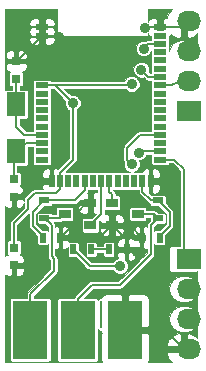
<source format=gtl>
%FSLAX46Y46*%
G04 Gerber Fmt 4.6, Leading zero omitted, Abs format (unit mm)*
G04 Created by KiCad (PCBNEW (2014-10-22 BZR 5216)-product) date Thu 02 Jul 2015 03:27:14 PM EDT*
%MOMM*%
G01*
G04 APERTURE LIST*
%ADD10C,0.100000*%
%ADD11R,0.750000X0.800000*%
%ADD12R,0.500000X0.900000*%
%ADD13R,3.000000X5.000000*%
%ADD14R,2.032000X1.727200*%
%ADD15O,2.032000X1.727200*%
%ADD16R,1.000760X0.800100*%
%ADD17R,0.900000X0.500000*%
%ADD18R,0.500000X1.100000*%
%ADD19R,1.100000X0.500000*%
%ADD20R,1.600000X2.000000*%
%ADD21C,0.889000*%
%ADD22C,0.203200*%
%ADD23C,0.026000*%
G04 APERTURE END LIST*
D10*
D11*
X164000000Y-110750000D03*
X164000000Y-109250000D03*
X164200000Y-94950000D03*
X164200000Y-93450000D03*
X164000000Y-103450000D03*
X164000000Y-104950000D03*
D12*
X169050000Y-109400000D03*
X170550000Y-109400000D03*
D13*
X169400000Y-116200000D03*
X165400000Y-116200000D03*
X173400000Y-116200000D03*
D14*
X178840000Y-97690000D03*
D15*
X178840000Y-95150000D03*
X178840000Y-92610000D03*
X178840000Y-90070000D03*
D16*
X174499820Y-106400000D03*
X172300180Y-107352500D03*
X172300180Y-105447500D03*
X168300180Y-106400000D03*
X170499820Y-105447500D03*
X170499820Y-107352500D03*
D12*
X172050000Y-109400000D03*
X173550000Y-109400000D03*
D17*
X166600000Y-106750000D03*
X166600000Y-105250000D03*
D12*
X166450000Y-108400000D03*
X167950000Y-108400000D03*
D17*
X176200000Y-106750000D03*
X176200000Y-105250000D03*
D12*
X176350000Y-108400000D03*
X174850000Y-108400000D03*
D18*
X167200000Y-103600000D03*
X167900000Y-103600000D03*
X168600000Y-103600000D03*
X169300000Y-103600000D03*
X170000000Y-103600000D03*
X170700000Y-103600000D03*
X171400000Y-103600000D03*
X172100000Y-103600000D03*
X172800000Y-103600000D03*
X173500000Y-103600000D03*
X174200000Y-103600000D03*
X174900000Y-103600000D03*
X175600000Y-103600000D03*
D19*
X166400000Y-90600000D03*
X166400000Y-91300000D03*
X176400000Y-101800000D03*
X176400000Y-101100000D03*
X176400000Y-100400000D03*
X176400000Y-99700000D03*
X176400000Y-99000000D03*
X176400000Y-98300000D03*
X176400000Y-97600000D03*
X176400000Y-96900000D03*
X176400000Y-96200000D03*
X176400000Y-95500000D03*
X176400000Y-94800000D03*
X176400000Y-94100000D03*
X176400000Y-93400000D03*
X176400000Y-92700000D03*
X176400000Y-92000000D03*
X176400000Y-91300000D03*
X176400000Y-90600000D03*
X166400000Y-95500000D03*
X166400000Y-96200000D03*
X166400000Y-96900000D03*
X166400000Y-97600000D03*
X166400000Y-98300000D03*
X166400000Y-99000000D03*
X166400000Y-99700000D03*
X166400000Y-100400000D03*
X166400000Y-101100000D03*
X166400000Y-101800000D03*
D14*
X178820000Y-110200000D03*
D15*
X178820000Y-112740000D03*
X178820000Y-115280000D03*
X178820000Y-117820000D03*
D20*
X164200000Y-97100000D03*
X164200000Y-101100000D03*
D21*
X174000000Y-95400000D03*
X169000000Y-97000000D03*
X167800000Y-91400000D03*
X167800000Y-97200000D03*
X168400000Y-110800000D03*
X166400000Y-110800000D03*
X176200000Y-116200000D03*
X174400000Y-109600000D03*
X175150000Y-90650000D03*
X173000000Y-110800000D03*
X175000000Y-92400000D03*
X174800000Y-94200000D03*
X174600000Y-101200000D03*
X174000000Y-102200000D03*
D22*
X171400000Y-116000000D02*
X171400000Y-113800000D01*
X167900000Y-102900000D02*
X169000000Y-101800000D01*
X169000000Y-101800000D02*
X169000000Y-97000000D01*
X169000000Y-97000000D02*
X167500000Y-95500000D01*
X167500000Y-95500000D02*
X166400000Y-95500000D01*
X167900000Y-103600000D02*
X167900000Y-102900000D01*
X174000000Y-95400000D02*
X173900000Y-95500000D01*
X173900000Y-95500000D02*
X166400000Y-95500000D01*
X164000000Y-107200000D02*
X165200000Y-106000000D01*
X165200000Y-106000000D02*
X165200000Y-105200000D01*
X165200000Y-105200000D02*
X165800000Y-104600000D01*
X165800000Y-104600000D02*
X167600000Y-104600000D01*
X167600000Y-104600000D02*
X167900000Y-104300000D01*
X167900000Y-104300000D02*
X167900000Y-103600000D01*
X164000000Y-109250000D02*
X164000000Y-107200000D01*
X170499820Y-105447500D02*
X170499820Y-105552140D01*
X173802500Y-107352500D02*
X174850000Y-108400000D01*
X172300180Y-107352500D02*
X173802500Y-107352500D01*
X171252680Y-108400000D02*
X172300180Y-107352500D01*
X167950000Y-108400000D02*
X171252680Y-108400000D01*
X169400000Y-106200000D02*
X169400000Y-106950000D01*
X169400000Y-106950000D02*
X167950000Y-108400000D01*
X170152500Y-105447500D02*
X169400000Y-106200000D01*
X170499820Y-105447500D02*
X170152500Y-105447500D01*
X173550000Y-108602320D02*
X172300180Y-107352500D01*
X173550000Y-109400000D02*
X173550000Y-108602320D01*
X164250000Y-93450000D02*
X166400000Y-91300000D01*
X164200000Y-93450000D02*
X164250000Y-93450000D01*
X166400000Y-91300000D02*
X166400000Y-90600000D01*
X167800000Y-91400000D02*
X167700000Y-91300000D01*
X167700000Y-91300000D02*
X166400000Y-91300000D01*
X178420000Y-90590000D02*
X178840000Y-90170000D01*
X176400000Y-90600000D02*
X178420000Y-90590000D01*
X168400000Y-97800000D02*
X167800000Y-97200000D01*
X168400000Y-101400000D02*
X168400000Y-97800000D01*
X167200000Y-102600000D02*
X168400000Y-101400000D01*
X167200000Y-103600000D02*
X167200000Y-102600000D01*
X167950000Y-110350000D02*
X168400000Y-110800000D01*
X167950000Y-108400000D02*
X167950000Y-110350000D01*
X176780000Y-116200000D02*
X178400000Y-117820000D01*
X176200000Y-116200000D02*
X176780000Y-116200000D01*
X173400000Y-116200000D02*
X176200000Y-116200000D01*
X164450000Y-104950000D02*
X165800000Y-103600000D01*
X165800000Y-103600000D02*
X167200000Y-103600000D01*
X164000000Y-104950000D02*
X164450000Y-104950000D01*
X166350000Y-110750000D02*
X166400000Y-110800000D01*
X164000000Y-110750000D02*
X166350000Y-110750000D01*
X174850000Y-108400000D02*
X174850000Y-109150000D01*
X174400000Y-109600000D02*
X174850000Y-109150000D01*
X176800000Y-103600000D02*
X177750000Y-104550000D01*
X177750000Y-104550000D02*
X177750000Y-108500000D01*
X177750000Y-108500000D02*
X176200000Y-110050000D01*
X176200000Y-110050000D02*
X176200000Y-116200000D01*
X175600000Y-103600000D02*
X176800000Y-103600000D01*
X175150000Y-90650000D02*
X175200000Y-90600000D01*
X175200000Y-90600000D02*
X176400000Y-90600000D01*
X164200000Y-98200000D02*
X164200000Y-97200000D01*
X164200000Y-98200000D02*
X164200000Y-98200000D01*
X164200000Y-99000000D02*
X164900000Y-99700000D01*
X164900000Y-99700000D02*
X166400000Y-99700000D01*
X164200000Y-98200000D02*
X164200000Y-99000000D01*
X164200000Y-97100000D02*
X164200000Y-94950000D01*
X164000000Y-103450000D02*
X164000000Y-101400000D01*
X164750000Y-101750000D02*
X164200000Y-101200000D01*
X164800000Y-101800000D02*
X164200000Y-101200000D01*
X165000000Y-100400000D02*
X164200000Y-101200000D01*
X166400000Y-100400000D02*
X165000000Y-100400000D01*
X164000000Y-101400000D02*
X164200000Y-101200000D01*
X175000000Y-92400000D02*
X175400000Y-92000000D01*
X175400000Y-92000000D02*
X176400000Y-92000000D01*
X169050000Y-109400000D02*
X170450000Y-110800000D01*
X170450000Y-110800000D02*
X173000000Y-110800000D01*
X170550000Y-109400000D02*
X172050000Y-109400000D01*
X175850000Y-106400000D02*
X176200000Y-106750000D01*
X174499820Y-106400000D02*
X175850000Y-106400000D01*
X175600000Y-109800000D02*
X173000000Y-112400000D01*
X173000000Y-112400000D02*
X170600000Y-112400000D01*
X170600000Y-112400000D02*
X169400000Y-113600000D01*
X169400000Y-113600000D02*
X169400000Y-116200000D01*
X175600000Y-109600000D02*
X175600000Y-107350000D01*
X176200000Y-106750000D02*
X175600000Y-107350000D01*
X175600000Y-109600000D02*
X175600000Y-109800000D01*
X167950180Y-106750000D02*
X168300180Y-106400000D01*
X166600000Y-106750000D02*
X167950180Y-106750000D01*
X167200000Y-110000000D02*
X167400000Y-110200000D01*
X167400000Y-110200000D02*
X167400000Y-111200000D01*
X167400000Y-111200000D02*
X165400000Y-113200000D01*
X165400000Y-113200000D02*
X165400000Y-116200000D01*
X166600000Y-106750000D02*
X167200000Y-107350000D01*
X167200000Y-109400000D02*
X167200000Y-107350000D01*
X167200000Y-109400000D02*
X167200000Y-110000000D01*
X177300000Y-95500000D02*
X176400000Y-95500000D01*
X177980000Y-95250000D02*
X177300000Y-95500000D01*
X178840000Y-95250000D02*
X177980000Y-95250000D01*
X175400000Y-94800000D02*
X174800000Y-94200000D01*
X176400000Y-94800000D02*
X175400000Y-94800000D01*
X178400000Y-102600000D02*
X177600000Y-101800000D01*
X177600000Y-101800000D02*
X176400000Y-101800000D01*
X178400000Y-110200000D02*
X178400000Y-102600000D01*
X174700000Y-101100000D02*
X176400000Y-101100000D01*
X174600000Y-101200000D02*
X174700000Y-101100000D01*
X174700000Y-99700000D02*
X173600000Y-100800000D01*
X173600000Y-100800000D02*
X173600000Y-101800000D01*
X173600000Y-101800000D02*
X174000000Y-102200000D01*
X176400000Y-99700000D02*
X174700000Y-99700000D01*
X172300180Y-104700180D02*
X172100000Y-104500000D01*
X172100000Y-104500000D02*
X172100000Y-103600000D01*
X172300180Y-105447500D02*
X172300180Y-104700180D01*
X171400000Y-106400000D02*
X171400000Y-103600000D01*
X170499820Y-107300180D02*
X171400000Y-106400000D01*
X170499820Y-107352500D02*
X170499820Y-107300180D01*
X169150000Y-105250000D02*
X170000000Y-104400000D01*
X170000000Y-104400000D02*
X170000000Y-103600000D01*
X166600000Y-105250000D02*
X169150000Y-105250000D01*
X165600000Y-106250000D02*
X166600000Y-105250000D01*
X165600000Y-107400000D02*
X165600000Y-106250000D01*
X166450000Y-108250000D02*
X165600000Y-107400000D01*
X166450000Y-108400000D02*
X166450000Y-108250000D01*
X175650000Y-105250000D02*
X174900000Y-104500000D01*
X174900000Y-104500000D02*
X174900000Y-103600000D01*
X176200000Y-105250000D02*
X175650000Y-105250000D01*
X177200000Y-106250000D02*
X176200000Y-105250000D01*
X177200000Y-107400000D02*
X177200000Y-106250000D01*
X176350000Y-108250000D02*
X177200000Y-107400000D01*
X176350000Y-108400000D02*
X176350000Y-108250000D01*
D23*
G36*
X168681963Y-101668265D02*
X167742851Y-102607376D01*
X167553633Y-102529000D01*
X167455250Y-102529000D01*
X167325000Y-102659250D01*
X167325000Y-103359000D01*
X167433563Y-103359000D01*
X167433563Y-103841000D01*
X167325000Y-103841000D01*
X167325000Y-103861000D01*
X167075000Y-103861000D01*
X167075000Y-103841000D01*
X167075000Y-103359000D01*
X167075000Y-102659250D01*
X166944750Y-102529000D01*
X166846367Y-102529000D01*
X166654878Y-102608317D01*
X166508318Y-102754877D01*
X166429000Y-102946366D01*
X166429000Y-103153633D01*
X166429000Y-103228750D01*
X166559250Y-103359000D01*
X167075000Y-103359000D01*
X167075000Y-103841000D01*
X166559250Y-103841000D01*
X166429000Y-103971250D01*
X166429000Y-104046367D01*
X166429000Y-104253634D01*
X166440734Y-104281963D01*
X165800000Y-104281963D01*
X165678292Y-104306172D01*
X165575114Y-104375114D01*
X164975114Y-104975114D01*
X164906172Y-105078292D01*
X164881963Y-105200000D01*
X164881963Y-105266213D01*
X164765750Y-105150000D01*
X164187500Y-105150000D01*
X164187500Y-105740750D01*
X164317750Y-105871000D01*
X164478634Y-105871000D01*
X164670123Y-105791682D01*
X164816683Y-105645122D01*
X164881963Y-105487521D01*
X164881963Y-105868265D01*
X163775114Y-106975114D01*
X163706172Y-107078292D01*
X163681963Y-107200000D01*
X163681963Y-108633563D01*
X163581948Y-108633563D01*
X163502398Y-108666514D01*
X163441514Y-108727398D01*
X163408563Y-108806948D01*
X163408563Y-108893052D01*
X163408563Y-109693052D01*
X163441514Y-109772602D01*
X163502398Y-109833486D01*
X163506466Y-109835171D01*
X163329877Y-109908318D01*
X163266437Y-109971758D01*
X163266437Y-105728242D01*
X163329877Y-105791682D01*
X163521366Y-105871000D01*
X163682250Y-105871000D01*
X163812500Y-105740750D01*
X163812500Y-105150000D01*
X163739000Y-105150000D01*
X163739000Y-104750000D01*
X163812500Y-104750000D01*
X163812500Y-104689000D01*
X164187500Y-104689000D01*
X164187500Y-104750000D01*
X164765750Y-104750000D01*
X164896000Y-104619750D01*
X164896000Y-104446367D01*
X164816683Y-104254878D01*
X164670123Y-104108318D01*
X164493533Y-104035171D01*
X164497602Y-104033486D01*
X164558486Y-103972602D01*
X164591437Y-103893052D01*
X164591437Y-103806948D01*
X164591437Y-103006948D01*
X164558486Y-102927398D01*
X164497602Y-102866514D01*
X164418052Y-102833563D01*
X164331948Y-102833563D01*
X164318037Y-102833563D01*
X164318037Y-102316437D01*
X165043052Y-102316437D01*
X165122602Y-102283486D01*
X165183486Y-102222602D01*
X165216437Y-102143052D01*
X165216437Y-102056948D01*
X165216437Y-100718037D01*
X165643912Y-100718037D01*
X165657151Y-100750000D01*
X165633563Y-100806948D01*
X165633563Y-100893052D01*
X165633563Y-101393052D01*
X165657151Y-101450000D01*
X165633563Y-101506948D01*
X165633563Y-101593052D01*
X165633563Y-102093052D01*
X165666514Y-102172602D01*
X165727398Y-102233486D01*
X165806948Y-102266437D01*
X165893052Y-102266437D01*
X166993052Y-102266437D01*
X167072602Y-102233486D01*
X167133486Y-102172602D01*
X167166437Y-102093052D01*
X167166437Y-102006948D01*
X167166437Y-101506948D01*
X167142848Y-101450000D01*
X167166437Y-101393052D01*
X167166437Y-101306948D01*
X167166437Y-100806948D01*
X167142848Y-100750000D01*
X167166437Y-100693052D01*
X167166437Y-100606948D01*
X167166437Y-100106948D01*
X167142848Y-100050000D01*
X167166437Y-99993052D01*
X167166437Y-99906948D01*
X167166437Y-99406948D01*
X167142848Y-99350000D01*
X167166437Y-99293052D01*
X167166437Y-99206948D01*
X167166437Y-98706948D01*
X167142848Y-98650000D01*
X167166437Y-98593052D01*
X167166437Y-98506948D01*
X167166437Y-98006948D01*
X167142848Y-97950000D01*
X167166437Y-97893052D01*
X167166437Y-97806948D01*
X167166437Y-97306948D01*
X167142848Y-97250000D01*
X167166437Y-97193052D01*
X167166437Y-97106948D01*
X167166437Y-96606948D01*
X167142848Y-96550000D01*
X167166437Y-96493052D01*
X167166437Y-96406948D01*
X167166437Y-95906948D01*
X167142848Y-95850000D01*
X167156087Y-95818037D01*
X167368265Y-95818037D01*
X168362358Y-96812130D01*
X168339178Y-96867955D01*
X168338948Y-97130892D01*
X168439358Y-97373902D01*
X168625120Y-97559989D01*
X168681963Y-97583592D01*
X168681963Y-101668265D01*
X168681963Y-101668265D01*
G37*
X168681963Y-101668265D02*
X167742851Y-102607376D01*
X167553633Y-102529000D01*
X167455250Y-102529000D01*
X167325000Y-102659250D01*
X167325000Y-103359000D01*
X167433563Y-103359000D01*
X167433563Y-103841000D01*
X167325000Y-103841000D01*
X167325000Y-103861000D01*
X167075000Y-103861000D01*
X167075000Y-103841000D01*
X167075000Y-103359000D01*
X167075000Y-102659250D01*
X166944750Y-102529000D01*
X166846367Y-102529000D01*
X166654878Y-102608317D01*
X166508318Y-102754877D01*
X166429000Y-102946366D01*
X166429000Y-103153633D01*
X166429000Y-103228750D01*
X166559250Y-103359000D01*
X167075000Y-103359000D01*
X167075000Y-103841000D01*
X166559250Y-103841000D01*
X166429000Y-103971250D01*
X166429000Y-104046367D01*
X166429000Y-104253634D01*
X166440734Y-104281963D01*
X165800000Y-104281963D01*
X165678292Y-104306172D01*
X165575114Y-104375114D01*
X164975114Y-104975114D01*
X164906172Y-105078292D01*
X164881963Y-105200000D01*
X164881963Y-105266213D01*
X164765750Y-105150000D01*
X164187500Y-105150000D01*
X164187500Y-105740750D01*
X164317750Y-105871000D01*
X164478634Y-105871000D01*
X164670123Y-105791682D01*
X164816683Y-105645122D01*
X164881963Y-105487521D01*
X164881963Y-105868265D01*
X163775114Y-106975114D01*
X163706172Y-107078292D01*
X163681963Y-107200000D01*
X163681963Y-108633563D01*
X163581948Y-108633563D01*
X163502398Y-108666514D01*
X163441514Y-108727398D01*
X163408563Y-108806948D01*
X163408563Y-108893052D01*
X163408563Y-109693052D01*
X163441514Y-109772602D01*
X163502398Y-109833486D01*
X163506466Y-109835171D01*
X163329877Y-109908318D01*
X163266437Y-109971758D01*
X163266437Y-105728242D01*
X163329877Y-105791682D01*
X163521366Y-105871000D01*
X163682250Y-105871000D01*
X163812500Y-105740750D01*
X163812500Y-105150000D01*
X163739000Y-105150000D01*
X163739000Y-104750000D01*
X163812500Y-104750000D01*
X163812500Y-104689000D01*
X164187500Y-104689000D01*
X164187500Y-104750000D01*
X164765750Y-104750000D01*
X164896000Y-104619750D01*
X164896000Y-104446367D01*
X164816683Y-104254878D01*
X164670123Y-104108318D01*
X164493533Y-104035171D01*
X164497602Y-104033486D01*
X164558486Y-103972602D01*
X164591437Y-103893052D01*
X164591437Y-103806948D01*
X164591437Y-103006948D01*
X164558486Y-102927398D01*
X164497602Y-102866514D01*
X164418052Y-102833563D01*
X164331948Y-102833563D01*
X164318037Y-102833563D01*
X164318037Y-102316437D01*
X165043052Y-102316437D01*
X165122602Y-102283486D01*
X165183486Y-102222602D01*
X165216437Y-102143052D01*
X165216437Y-102056948D01*
X165216437Y-100718037D01*
X165643912Y-100718037D01*
X165657151Y-100750000D01*
X165633563Y-100806948D01*
X165633563Y-100893052D01*
X165633563Y-101393052D01*
X165657151Y-101450000D01*
X165633563Y-101506948D01*
X165633563Y-101593052D01*
X165633563Y-102093052D01*
X165666514Y-102172602D01*
X165727398Y-102233486D01*
X165806948Y-102266437D01*
X165893052Y-102266437D01*
X166993052Y-102266437D01*
X167072602Y-102233486D01*
X167133486Y-102172602D01*
X167166437Y-102093052D01*
X167166437Y-102006948D01*
X167166437Y-101506948D01*
X167142848Y-101450000D01*
X167166437Y-101393052D01*
X167166437Y-101306948D01*
X167166437Y-100806948D01*
X167142848Y-100750000D01*
X167166437Y-100693052D01*
X167166437Y-100606948D01*
X167166437Y-100106948D01*
X167142848Y-100050000D01*
X167166437Y-99993052D01*
X167166437Y-99906948D01*
X167166437Y-99406948D01*
X167142848Y-99350000D01*
X167166437Y-99293052D01*
X167166437Y-99206948D01*
X167166437Y-98706948D01*
X167142848Y-98650000D01*
X167166437Y-98593052D01*
X167166437Y-98506948D01*
X167166437Y-98006948D01*
X167142848Y-97950000D01*
X167166437Y-97893052D01*
X167166437Y-97806948D01*
X167166437Y-97306948D01*
X167142848Y-97250000D01*
X167166437Y-97193052D01*
X167166437Y-97106948D01*
X167166437Y-96606948D01*
X167142848Y-96550000D01*
X167166437Y-96493052D01*
X167166437Y-96406948D01*
X167166437Y-95906948D01*
X167142848Y-95850000D01*
X167156087Y-95818037D01*
X167368265Y-95818037D01*
X168362358Y-96812130D01*
X168339178Y-96867955D01*
X168338948Y-97130892D01*
X168439358Y-97373902D01*
X168625120Y-97559989D01*
X168681963Y-97583592D01*
X168681963Y-101668265D01*
G36*
X175657151Y-99350000D02*
X175643912Y-99381963D01*
X174700000Y-99381963D01*
X174578292Y-99406172D01*
X174475114Y-99475114D01*
X173375114Y-100575114D01*
X173306172Y-100678292D01*
X173281963Y-100800000D01*
X173281963Y-101800000D01*
X173306172Y-101921708D01*
X173363980Y-102008223D01*
X173339178Y-102067955D01*
X173338948Y-102330892D01*
X173439358Y-102573902D01*
X173625120Y-102759989D01*
X173854563Y-102855261D01*
X173850000Y-102857151D01*
X173793052Y-102833563D01*
X173706948Y-102833563D01*
X173206948Y-102833563D01*
X173150000Y-102857151D01*
X173093052Y-102833563D01*
X173006948Y-102833563D01*
X172506948Y-102833563D01*
X172450000Y-102857151D01*
X172393052Y-102833563D01*
X172306948Y-102833563D01*
X171806948Y-102833563D01*
X171750000Y-102857151D01*
X171693052Y-102833563D01*
X171606948Y-102833563D01*
X171106948Y-102833563D01*
X171050000Y-102857151D01*
X170993052Y-102833563D01*
X170906948Y-102833563D01*
X170406948Y-102833563D01*
X170350000Y-102857151D01*
X170293052Y-102833563D01*
X170206948Y-102833563D01*
X169706948Y-102833563D01*
X169650000Y-102857151D01*
X169593052Y-102833563D01*
X169506948Y-102833563D01*
X169006948Y-102833563D01*
X168950000Y-102857151D01*
X168893052Y-102833563D01*
X168806948Y-102833563D01*
X168416209Y-102833563D01*
X169224886Y-102024886D01*
X169293828Y-101921708D01*
X169293828Y-101921707D01*
X169318037Y-101800000D01*
X169318037Y-97583725D01*
X169373902Y-97560642D01*
X169559989Y-97374880D01*
X169660822Y-97132045D01*
X169661052Y-96869108D01*
X169560642Y-96626098D01*
X169374880Y-96440011D01*
X169132045Y-96339178D01*
X168869108Y-96338948D01*
X168812224Y-96362452D01*
X168267809Y-95818037D01*
X173483415Y-95818037D01*
X173625120Y-95959989D01*
X173867955Y-96060822D01*
X174130892Y-96061052D01*
X174373902Y-95960642D01*
X174559989Y-95774880D01*
X174660822Y-95532045D01*
X174661052Y-95269108D01*
X174560642Y-95026098D01*
X174374880Y-94840011D01*
X174132045Y-94739178D01*
X173869108Y-94738948D01*
X173626098Y-94839358D01*
X173440011Y-95025120D01*
X173374884Y-95181963D01*
X167500000Y-95181963D01*
X167471000Y-95181963D01*
X167471000Y-91653634D01*
X167471000Y-91555250D01*
X167471000Y-91044750D01*
X167471000Y-90953634D01*
X167471000Y-90946366D01*
X167471000Y-90855250D01*
X167471000Y-90344750D01*
X167471000Y-90246366D01*
X167391682Y-90054877D01*
X167245122Y-89908317D01*
X167053633Y-89829000D01*
X166771250Y-89829000D01*
X166641000Y-89959250D01*
X166641000Y-90475000D01*
X167340750Y-90475000D01*
X167471000Y-90344750D01*
X167471000Y-90855250D01*
X167406570Y-90790820D01*
X167391682Y-90754877D01*
X167245122Y-90608317D01*
X167053633Y-90529000D01*
X166771250Y-90529000D01*
X166641000Y-90659250D01*
X166641000Y-90725000D01*
X166641000Y-91175000D01*
X166641000Y-91240750D01*
X166771250Y-91371000D01*
X167053633Y-91371000D01*
X167245122Y-91291683D01*
X167391682Y-91145123D01*
X167406570Y-91109179D01*
X167471000Y-91044750D01*
X167471000Y-91555250D01*
X167340750Y-91425000D01*
X166641000Y-91425000D01*
X166641000Y-91940750D01*
X166771250Y-92071000D01*
X167053633Y-92071000D01*
X167245122Y-91991683D01*
X167391682Y-91845123D01*
X167471000Y-91653634D01*
X167471000Y-95181963D01*
X167156087Y-95181963D01*
X167133486Y-95127398D01*
X167072602Y-95066514D01*
X166993052Y-95033563D01*
X166906948Y-95033563D01*
X166159000Y-95033563D01*
X166159000Y-91940750D01*
X166159000Y-91425000D01*
X166159000Y-91240750D01*
X166159000Y-91175000D01*
X166159000Y-90725000D01*
X166159000Y-90659250D01*
X166159000Y-90475000D01*
X166159000Y-89959250D01*
X166028750Y-89829000D01*
X165746367Y-89829000D01*
X165554878Y-89908317D01*
X165408318Y-90054877D01*
X165329000Y-90246366D01*
X165329000Y-90344750D01*
X165459250Y-90475000D01*
X166159000Y-90475000D01*
X166159000Y-90659250D01*
X166028750Y-90529000D01*
X165746367Y-90529000D01*
X165554878Y-90608317D01*
X165408318Y-90754877D01*
X165393429Y-90790820D01*
X165329000Y-90855250D01*
X165329000Y-90946366D01*
X165329000Y-90953634D01*
X165329000Y-91044750D01*
X165393429Y-91109179D01*
X165408318Y-91145123D01*
X165554878Y-91291683D01*
X165746367Y-91371000D01*
X166028750Y-91371000D01*
X166159000Y-91240750D01*
X166159000Y-91425000D01*
X165459250Y-91425000D01*
X165329000Y-91555250D01*
X165329000Y-91653634D01*
X165408318Y-91845123D01*
X165554878Y-91991683D01*
X165746367Y-92071000D01*
X166028750Y-92071000D01*
X166159000Y-91940750D01*
X166159000Y-95033563D01*
X165806948Y-95033563D01*
X165727398Y-95066514D01*
X165666514Y-95127398D01*
X165633563Y-95206948D01*
X165633563Y-95293052D01*
X165633563Y-95793052D01*
X165657151Y-95850000D01*
X165633563Y-95906948D01*
X165633563Y-95993052D01*
X165633563Y-96493052D01*
X165657151Y-96550000D01*
X165633563Y-96606948D01*
X165633563Y-96693052D01*
X165633563Y-97193052D01*
X165657151Y-97250000D01*
X165633563Y-97306948D01*
X165633563Y-97393052D01*
X165633563Y-97893052D01*
X165657151Y-97950000D01*
X165633563Y-98006948D01*
X165633563Y-98093052D01*
X165633563Y-98593052D01*
X165657151Y-98650000D01*
X165633563Y-98706948D01*
X165633563Y-98793052D01*
X165633563Y-99293052D01*
X165657151Y-99350000D01*
X165643912Y-99381963D01*
X165031735Y-99381963D01*
X164518037Y-98868265D01*
X164518037Y-98316437D01*
X165043052Y-98316437D01*
X165122602Y-98283486D01*
X165183486Y-98222602D01*
X165216437Y-98143052D01*
X165216437Y-98056948D01*
X165216437Y-96056948D01*
X165183486Y-95977398D01*
X165122602Y-95916514D01*
X165043052Y-95883563D01*
X164956948Y-95883563D01*
X164518037Y-95883563D01*
X164518037Y-95566437D01*
X164618052Y-95566437D01*
X164697602Y-95533486D01*
X164758486Y-95472602D01*
X164791437Y-95393052D01*
X164791437Y-95306948D01*
X164791437Y-94506948D01*
X164758486Y-94427398D01*
X164697602Y-94366514D01*
X164693533Y-94364828D01*
X164870123Y-94291682D01*
X165016683Y-94145122D01*
X165096000Y-93953633D01*
X165096000Y-93780250D01*
X165096000Y-93119750D01*
X165096000Y-92946367D01*
X165016683Y-92754878D01*
X164870123Y-92608318D01*
X164678634Y-92529000D01*
X164517750Y-92529000D01*
X164387500Y-92659250D01*
X164387500Y-93250000D01*
X164965750Y-93250000D01*
X165096000Y-93119750D01*
X165096000Y-93780250D01*
X164965750Y-93650000D01*
X164387500Y-93650000D01*
X164387500Y-93711000D01*
X164012500Y-93711000D01*
X164012500Y-93650000D01*
X164012500Y-93250000D01*
X164012500Y-92659250D01*
X163882250Y-92529000D01*
X163721366Y-92529000D01*
X163529877Y-92608318D01*
X163383317Y-92754878D01*
X163304000Y-92946367D01*
X163304000Y-93119750D01*
X163434250Y-93250000D01*
X164012500Y-93250000D01*
X164012500Y-93650000D01*
X163434250Y-93650000D01*
X163304000Y-93780250D01*
X163304000Y-93953633D01*
X163383317Y-94145122D01*
X163529877Y-94291682D01*
X163706466Y-94364828D01*
X163702398Y-94366514D01*
X163641514Y-94427398D01*
X163608563Y-94506948D01*
X163608563Y-94593052D01*
X163608563Y-95393052D01*
X163641514Y-95472602D01*
X163702398Y-95533486D01*
X163781948Y-95566437D01*
X163868052Y-95566437D01*
X163881963Y-95566437D01*
X163881963Y-95883563D01*
X163356948Y-95883563D01*
X163277398Y-95916514D01*
X163266437Y-95927475D01*
X163266437Y-89066437D01*
X167633563Y-89066437D01*
X167633563Y-91366437D01*
X175366437Y-91366437D01*
X175366437Y-91044014D01*
X175408318Y-91145123D01*
X175554878Y-91291683D01*
X175633563Y-91324275D01*
X175633563Y-91593052D01*
X175657151Y-91650000D01*
X175643912Y-91681963D01*
X175400000Y-91681963D01*
X175278293Y-91706172D01*
X175191776Y-91763980D01*
X175132045Y-91739178D01*
X174869108Y-91738948D01*
X174626098Y-91839358D01*
X174440011Y-92025120D01*
X174339178Y-92267955D01*
X174338948Y-92530892D01*
X174439358Y-92773902D01*
X174625120Y-92959989D01*
X174867955Y-93060822D01*
X175130892Y-93061052D01*
X175373902Y-92960642D01*
X175559989Y-92774880D01*
X175633563Y-92597692D01*
X175633563Y-92993052D01*
X175657151Y-93050000D01*
X175633563Y-93106948D01*
X175633563Y-93193052D01*
X175633563Y-93693052D01*
X175657151Y-93750000D01*
X175633563Y-93806948D01*
X175633563Y-93893052D01*
X175633563Y-94393052D01*
X175657151Y-94450000D01*
X175643912Y-94481963D01*
X175531735Y-94481963D01*
X175437641Y-94387869D01*
X175460822Y-94332045D01*
X175461052Y-94069108D01*
X175360642Y-93826098D01*
X175174880Y-93640011D01*
X174932045Y-93539178D01*
X174669108Y-93538948D01*
X174426098Y-93639358D01*
X174240011Y-93825120D01*
X174139178Y-94067955D01*
X174138948Y-94330892D01*
X174239358Y-94573902D01*
X174425120Y-94759989D01*
X174667955Y-94860822D01*
X174930892Y-94861052D01*
X174987775Y-94837547D01*
X175175114Y-95024886D01*
X175278292Y-95093828D01*
X175278293Y-95093828D01*
X175400000Y-95118037D01*
X175643912Y-95118037D01*
X175657151Y-95150000D01*
X175633563Y-95206948D01*
X175633563Y-95293052D01*
X175633563Y-95793052D01*
X175657151Y-95850000D01*
X175633563Y-95906948D01*
X175633563Y-95993052D01*
X175633563Y-96493052D01*
X175657151Y-96550000D01*
X175633563Y-96606948D01*
X175633563Y-96693052D01*
X175633563Y-97193052D01*
X175657151Y-97250000D01*
X175633563Y-97306948D01*
X175633563Y-97393052D01*
X175633563Y-97893052D01*
X175657151Y-97950000D01*
X175633563Y-98006948D01*
X175633563Y-98093052D01*
X175633563Y-98593052D01*
X175657151Y-98650000D01*
X175633563Y-98706948D01*
X175633563Y-98793052D01*
X175633563Y-99293052D01*
X175657151Y-99350000D01*
X175657151Y-99350000D01*
G37*
X175657151Y-99350000D02*
X175643912Y-99381963D01*
X174700000Y-99381963D01*
X174578292Y-99406172D01*
X174475114Y-99475114D01*
X173375114Y-100575114D01*
X173306172Y-100678292D01*
X173281963Y-100800000D01*
X173281963Y-101800000D01*
X173306172Y-101921708D01*
X173363980Y-102008223D01*
X173339178Y-102067955D01*
X173338948Y-102330892D01*
X173439358Y-102573902D01*
X173625120Y-102759989D01*
X173854563Y-102855261D01*
X173850000Y-102857151D01*
X173793052Y-102833563D01*
X173706948Y-102833563D01*
X173206948Y-102833563D01*
X173150000Y-102857151D01*
X173093052Y-102833563D01*
X173006948Y-102833563D01*
X172506948Y-102833563D01*
X172450000Y-102857151D01*
X172393052Y-102833563D01*
X172306948Y-102833563D01*
X171806948Y-102833563D01*
X171750000Y-102857151D01*
X171693052Y-102833563D01*
X171606948Y-102833563D01*
X171106948Y-102833563D01*
X171050000Y-102857151D01*
X170993052Y-102833563D01*
X170906948Y-102833563D01*
X170406948Y-102833563D01*
X170350000Y-102857151D01*
X170293052Y-102833563D01*
X170206948Y-102833563D01*
X169706948Y-102833563D01*
X169650000Y-102857151D01*
X169593052Y-102833563D01*
X169506948Y-102833563D01*
X169006948Y-102833563D01*
X168950000Y-102857151D01*
X168893052Y-102833563D01*
X168806948Y-102833563D01*
X168416209Y-102833563D01*
X169224886Y-102024886D01*
X169293828Y-101921708D01*
X169293828Y-101921707D01*
X169318037Y-101800000D01*
X169318037Y-97583725D01*
X169373902Y-97560642D01*
X169559989Y-97374880D01*
X169660822Y-97132045D01*
X169661052Y-96869108D01*
X169560642Y-96626098D01*
X169374880Y-96440011D01*
X169132045Y-96339178D01*
X168869108Y-96338948D01*
X168812224Y-96362452D01*
X168267809Y-95818037D01*
X173483415Y-95818037D01*
X173625120Y-95959989D01*
X173867955Y-96060822D01*
X174130892Y-96061052D01*
X174373902Y-95960642D01*
X174559989Y-95774880D01*
X174660822Y-95532045D01*
X174661052Y-95269108D01*
X174560642Y-95026098D01*
X174374880Y-94840011D01*
X174132045Y-94739178D01*
X173869108Y-94738948D01*
X173626098Y-94839358D01*
X173440011Y-95025120D01*
X173374884Y-95181963D01*
X167500000Y-95181963D01*
X167471000Y-95181963D01*
X167471000Y-91653634D01*
X167471000Y-91555250D01*
X167471000Y-91044750D01*
X167471000Y-90953634D01*
X167471000Y-90946366D01*
X167471000Y-90855250D01*
X167471000Y-90344750D01*
X167471000Y-90246366D01*
X167391682Y-90054877D01*
X167245122Y-89908317D01*
X167053633Y-89829000D01*
X166771250Y-89829000D01*
X166641000Y-89959250D01*
X166641000Y-90475000D01*
X167340750Y-90475000D01*
X167471000Y-90344750D01*
X167471000Y-90855250D01*
X167406570Y-90790820D01*
X167391682Y-90754877D01*
X167245122Y-90608317D01*
X167053633Y-90529000D01*
X166771250Y-90529000D01*
X166641000Y-90659250D01*
X166641000Y-90725000D01*
X166641000Y-91175000D01*
X166641000Y-91240750D01*
X166771250Y-91371000D01*
X167053633Y-91371000D01*
X167245122Y-91291683D01*
X167391682Y-91145123D01*
X167406570Y-91109179D01*
X167471000Y-91044750D01*
X167471000Y-91555250D01*
X167340750Y-91425000D01*
X166641000Y-91425000D01*
X166641000Y-91940750D01*
X166771250Y-92071000D01*
X167053633Y-92071000D01*
X167245122Y-91991683D01*
X167391682Y-91845123D01*
X167471000Y-91653634D01*
X167471000Y-95181963D01*
X167156087Y-95181963D01*
X167133486Y-95127398D01*
X167072602Y-95066514D01*
X166993052Y-95033563D01*
X166906948Y-95033563D01*
X166159000Y-95033563D01*
X166159000Y-91940750D01*
X166159000Y-91425000D01*
X166159000Y-91240750D01*
X166159000Y-91175000D01*
X166159000Y-90725000D01*
X166159000Y-90659250D01*
X166159000Y-90475000D01*
X166159000Y-89959250D01*
X166028750Y-89829000D01*
X165746367Y-89829000D01*
X165554878Y-89908317D01*
X165408318Y-90054877D01*
X165329000Y-90246366D01*
X165329000Y-90344750D01*
X165459250Y-90475000D01*
X166159000Y-90475000D01*
X166159000Y-90659250D01*
X166028750Y-90529000D01*
X165746367Y-90529000D01*
X165554878Y-90608317D01*
X165408318Y-90754877D01*
X165393429Y-90790820D01*
X165329000Y-90855250D01*
X165329000Y-90946366D01*
X165329000Y-90953634D01*
X165329000Y-91044750D01*
X165393429Y-91109179D01*
X165408318Y-91145123D01*
X165554878Y-91291683D01*
X165746367Y-91371000D01*
X166028750Y-91371000D01*
X166159000Y-91240750D01*
X166159000Y-91425000D01*
X165459250Y-91425000D01*
X165329000Y-91555250D01*
X165329000Y-91653634D01*
X165408318Y-91845123D01*
X165554878Y-91991683D01*
X165746367Y-92071000D01*
X166028750Y-92071000D01*
X166159000Y-91940750D01*
X166159000Y-95033563D01*
X165806948Y-95033563D01*
X165727398Y-95066514D01*
X165666514Y-95127398D01*
X165633563Y-95206948D01*
X165633563Y-95293052D01*
X165633563Y-95793052D01*
X165657151Y-95850000D01*
X165633563Y-95906948D01*
X165633563Y-95993052D01*
X165633563Y-96493052D01*
X165657151Y-96550000D01*
X165633563Y-96606948D01*
X165633563Y-96693052D01*
X165633563Y-97193052D01*
X165657151Y-97250000D01*
X165633563Y-97306948D01*
X165633563Y-97393052D01*
X165633563Y-97893052D01*
X165657151Y-97950000D01*
X165633563Y-98006948D01*
X165633563Y-98093052D01*
X165633563Y-98593052D01*
X165657151Y-98650000D01*
X165633563Y-98706948D01*
X165633563Y-98793052D01*
X165633563Y-99293052D01*
X165657151Y-99350000D01*
X165643912Y-99381963D01*
X165031735Y-99381963D01*
X164518037Y-98868265D01*
X164518037Y-98316437D01*
X165043052Y-98316437D01*
X165122602Y-98283486D01*
X165183486Y-98222602D01*
X165216437Y-98143052D01*
X165216437Y-98056948D01*
X165216437Y-96056948D01*
X165183486Y-95977398D01*
X165122602Y-95916514D01*
X165043052Y-95883563D01*
X164956948Y-95883563D01*
X164518037Y-95883563D01*
X164518037Y-95566437D01*
X164618052Y-95566437D01*
X164697602Y-95533486D01*
X164758486Y-95472602D01*
X164791437Y-95393052D01*
X164791437Y-95306948D01*
X164791437Y-94506948D01*
X164758486Y-94427398D01*
X164697602Y-94366514D01*
X164693533Y-94364828D01*
X164870123Y-94291682D01*
X165016683Y-94145122D01*
X165096000Y-93953633D01*
X165096000Y-93780250D01*
X165096000Y-93119750D01*
X165096000Y-92946367D01*
X165016683Y-92754878D01*
X164870123Y-92608318D01*
X164678634Y-92529000D01*
X164517750Y-92529000D01*
X164387500Y-92659250D01*
X164387500Y-93250000D01*
X164965750Y-93250000D01*
X165096000Y-93119750D01*
X165096000Y-93780250D01*
X164965750Y-93650000D01*
X164387500Y-93650000D01*
X164387500Y-93711000D01*
X164012500Y-93711000D01*
X164012500Y-93650000D01*
X164012500Y-93250000D01*
X164012500Y-92659250D01*
X163882250Y-92529000D01*
X163721366Y-92529000D01*
X163529877Y-92608318D01*
X163383317Y-92754878D01*
X163304000Y-92946367D01*
X163304000Y-93119750D01*
X163434250Y-93250000D01*
X164012500Y-93250000D01*
X164012500Y-93650000D01*
X163434250Y-93650000D01*
X163304000Y-93780250D01*
X163304000Y-93953633D01*
X163383317Y-94145122D01*
X163529877Y-94291682D01*
X163706466Y-94364828D01*
X163702398Y-94366514D01*
X163641514Y-94427398D01*
X163608563Y-94506948D01*
X163608563Y-94593052D01*
X163608563Y-95393052D01*
X163641514Y-95472602D01*
X163702398Y-95533486D01*
X163781948Y-95566437D01*
X163868052Y-95566437D01*
X163881963Y-95566437D01*
X163881963Y-95883563D01*
X163356948Y-95883563D01*
X163277398Y-95916514D01*
X163266437Y-95927475D01*
X163266437Y-89066437D01*
X167633563Y-89066437D01*
X167633563Y-91366437D01*
X175366437Y-91366437D01*
X175366437Y-91044014D01*
X175408318Y-91145123D01*
X175554878Y-91291683D01*
X175633563Y-91324275D01*
X175633563Y-91593052D01*
X175657151Y-91650000D01*
X175643912Y-91681963D01*
X175400000Y-91681963D01*
X175278293Y-91706172D01*
X175191776Y-91763980D01*
X175132045Y-91739178D01*
X174869108Y-91738948D01*
X174626098Y-91839358D01*
X174440011Y-92025120D01*
X174339178Y-92267955D01*
X174338948Y-92530892D01*
X174439358Y-92773902D01*
X174625120Y-92959989D01*
X174867955Y-93060822D01*
X175130892Y-93061052D01*
X175373902Y-92960642D01*
X175559989Y-92774880D01*
X175633563Y-92597692D01*
X175633563Y-92993052D01*
X175657151Y-93050000D01*
X175633563Y-93106948D01*
X175633563Y-93193052D01*
X175633563Y-93693052D01*
X175657151Y-93750000D01*
X175633563Y-93806948D01*
X175633563Y-93893052D01*
X175633563Y-94393052D01*
X175657151Y-94450000D01*
X175643912Y-94481963D01*
X175531735Y-94481963D01*
X175437641Y-94387869D01*
X175460822Y-94332045D01*
X175461052Y-94069108D01*
X175360642Y-93826098D01*
X175174880Y-93640011D01*
X174932045Y-93539178D01*
X174669108Y-93538948D01*
X174426098Y-93639358D01*
X174240011Y-93825120D01*
X174139178Y-94067955D01*
X174138948Y-94330892D01*
X174239358Y-94573902D01*
X174425120Y-94759989D01*
X174667955Y-94860822D01*
X174930892Y-94861052D01*
X174987775Y-94837547D01*
X175175114Y-95024886D01*
X175278292Y-95093828D01*
X175278293Y-95093828D01*
X175400000Y-95118037D01*
X175643912Y-95118037D01*
X175657151Y-95150000D01*
X175633563Y-95206948D01*
X175633563Y-95293052D01*
X175633563Y-95793052D01*
X175657151Y-95850000D01*
X175633563Y-95906948D01*
X175633563Y-95993052D01*
X175633563Y-96493052D01*
X175657151Y-96550000D01*
X175633563Y-96606948D01*
X175633563Y-96693052D01*
X175633563Y-97193052D01*
X175657151Y-97250000D01*
X175633563Y-97306948D01*
X175633563Y-97393052D01*
X175633563Y-97893052D01*
X175657151Y-97950000D01*
X175633563Y-98006948D01*
X175633563Y-98093052D01*
X175633563Y-98593052D01*
X175657151Y-98650000D01*
X175633563Y-98706948D01*
X175633563Y-98793052D01*
X175633563Y-99293052D01*
X175657151Y-99350000D01*
G36*
X176881963Y-107268265D02*
X176416665Y-107733563D01*
X176056948Y-107733563D01*
X175977398Y-107766514D01*
X175918037Y-107825875D01*
X175918037Y-107481735D01*
X176183335Y-107216437D01*
X176693052Y-107216437D01*
X176772602Y-107183486D01*
X176833486Y-107122602D01*
X176866437Y-107043052D01*
X176866437Y-106956948D01*
X176866437Y-106456948D01*
X176833486Y-106377398D01*
X176772602Y-106316514D01*
X176693052Y-106283563D01*
X176606948Y-106283563D01*
X176183335Y-106283563D01*
X176074886Y-106175114D01*
X175971708Y-106106172D01*
X175850000Y-106081963D01*
X175216637Y-106081963D01*
X175216637Y-105956898D01*
X175183686Y-105877348D01*
X175122802Y-105816464D01*
X175043252Y-105783513D01*
X174957148Y-105783513D01*
X173956388Y-105783513D01*
X173876838Y-105816464D01*
X173815954Y-105877348D01*
X173783003Y-105956898D01*
X173783003Y-106043002D01*
X173783003Y-106843102D01*
X173815954Y-106922652D01*
X173876838Y-106983536D01*
X173956388Y-107016487D01*
X174042492Y-107016487D01*
X175043252Y-107016487D01*
X175122802Y-106983536D01*
X175183686Y-106922652D01*
X175216637Y-106843102D01*
X175216637Y-106756998D01*
X175216637Y-106718037D01*
X175533563Y-106718037D01*
X175533563Y-106966665D01*
X175375114Y-107125114D01*
X175306172Y-107228292D01*
X175281963Y-107350000D01*
X175281963Y-107461445D01*
X175203633Y-107429000D01*
X175105250Y-107429000D01*
X174975000Y-107559250D01*
X174975000Y-108175000D01*
X175100000Y-108175000D01*
X175100000Y-108625000D01*
X174975000Y-108625000D01*
X174975000Y-109240750D01*
X175105250Y-109371000D01*
X175203633Y-109371000D01*
X175281963Y-109338554D01*
X175281963Y-109600000D01*
X175281963Y-109668265D01*
X174725000Y-110225228D01*
X174725000Y-109240750D01*
X174725000Y-108625000D01*
X174725000Y-108175000D01*
X174725000Y-107559250D01*
X174594750Y-107429000D01*
X174496367Y-107429000D01*
X174304878Y-107508317D01*
X174158318Y-107654877D01*
X174079000Y-107846366D01*
X174079000Y-108044750D01*
X174209250Y-108175000D01*
X174725000Y-108175000D01*
X174725000Y-108625000D01*
X174211805Y-108625000D01*
X174095122Y-108508317D01*
X173903633Y-108429000D01*
X173805250Y-108429000D01*
X173675000Y-108559250D01*
X173675000Y-109175000D01*
X174188195Y-109175000D01*
X174304878Y-109291683D01*
X174496367Y-109371000D01*
X174594750Y-109371000D01*
X174725000Y-109240750D01*
X174725000Y-110225228D01*
X174321000Y-110629228D01*
X174321000Y-109953634D01*
X174321000Y-109755250D01*
X174190750Y-109625000D01*
X173675000Y-109625000D01*
X173675000Y-110240750D01*
X173805250Y-110371000D01*
X173903633Y-110371000D01*
X174095122Y-110291683D01*
X174241682Y-110145123D01*
X174321000Y-109953634D01*
X174321000Y-110629228D01*
X173661052Y-111289176D01*
X173661052Y-110669108D01*
X173560642Y-110426098D01*
X173400287Y-110265462D01*
X173425000Y-110240750D01*
X173425000Y-109625000D01*
X173425000Y-109175000D01*
X173425000Y-108559250D01*
X173321560Y-108455810D01*
X173321560Y-107856183D01*
X173321560Y-107682775D01*
X173321560Y-107022225D01*
X173321560Y-106848817D01*
X173242243Y-106657328D01*
X173095683Y-106510768D01*
X172904194Y-106431450D01*
X172696927Y-106431450D01*
X172671430Y-106431450D01*
X172541180Y-106561700D01*
X172541180Y-107152475D01*
X173191310Y-107152475D01*
X173321560Y-107022225D01*
X173321560Y-107682775D01*
X173191310Y-107552525D01*
X172541180Y-107552525D01*
X172541180Y-108143300D01*
X172671430Y-108273550D01*
X172696927Y-108273550D01*
X172904194Y-108273550D01*
X173095683Y-108194232D01*
X173242243Y-108047672D01*
X173321560Y-107856183D01*
X173321560Y-108455810D01*
X173294750Y-108429000D01*
X173196367Y-108429000D01*
X173004878Y-108508317D01*
X172858318Y-108654877D01*
X172779000Y-108846366D01*
X172779000Y-109044750D01*
X172909250Y-109175000D01*
X173425000Y-109175000D01*
X173425000Y-109625000D01*
X172909250Y-109625000D01*
X172779000Y-109755250D01*
X172779000Y-109953634D01*
X172857710Y-110143657D01*
X172626098Y-110239358D01*
X172516437Y-110348827D01*
X172516437Y-109893052D01*
X172516437Y-109806948D01*
X172516437Y-108906948D01*
X172483486Y-108827398D01*
X172422602Y-108766514D01*
X172343052Y-108733563D01*
X172256948Y-108733563D01*
X172059180Y-108733563D01*
X172059180Y-108143300D01*
X172059180Y-107552525D01*
X171409050Y-107552525D01*
X171278800Y-107682775D01*
X171278800Y-107856183D01*
X171358117Y-108047672D01*
X171504677Y-108194232D01*
X171696166Y-108273550D01*
X171903433Y-108273550D01*
X171928930Y-108273550D01*
X172059180Y-108143300D01*
X172059180Y-108733563D01*
X171756948Y-108733563D01*
X171677398Y-108766514D01*
X171616514Y-108827398D01*
X171583563Y-108906948D01*
X171583563Y-108993052D01*
X171583563Y-109081963D01*
X171016437Y-109081963D01*
X171016437Y-108906948D01*
X170983486Y-108827398D01*
X170922602Y-108766514D01*
X170843052Y-108733563D01*
X170756948Y-108733563D01*
X170256948Y-108733563D01*
X170177398Y-108766514D01*
X170116514Y-108827398D01*
X170083563Y-108906948D01*
X170083563Y-108993052D01*
X170083563Y-109893052D01*
X170116514Y-109972602D01*
X170177398Y-110033486D01*
X170256948Y-110066437D01*
X170343052Y-110066437D01*
X170843052Y-110066437D01*
X170922602Y-110033486D01*
X170983486Y-109972602D01*
X171016437Y-109893052D01*
X171016437Y-109806948D01*
X171016437Y-109718037D01*
X171583563Y-109718037D01*
X171583563Y-109893052D01*
X171616514Y-109972602D01*
X171677398Y-110033486D01*
X171756948Y-110066437D01*
X171843052Y-110066437D01*
X172343052Y-110066437D01*
X172422602Y-110033486D01*
X172483486Y-109972602D01*
X172516437Y-109893052D01*
X172516437Y-110348827D01*
X172440011Y-110425120D01*
X172416407Y-110481963D01*
X170581735Y-110481963D01*
X169516437Y-109416665D01*
X169516437Y-108906948D01*
X169483486Y-108827398D01*
X169422602Y-108766514D01*
X169343052Y-108733563D01*
X169256948Y-108733563D01*
X168756948Y-108733563D01*
X168721000Y-108748453D01*
X168721000Y-108044750D01*
X168721000Y-107846366D01*
X168641682Y-107654877D01*
X168495122Y-107508317D01*
X168303633Y-107429000D01*
X168205250Y-107429000D01*
X168075000Y-107559250D01*
X168075000Y-108175000D01*
X168590750Y-108175000D01*
X168721000Y-108044750D01*
X168721000Y-108748453D01*
X168716194Y-108750444D01*
X168590750Y-108625000D01*
X168075000Y-108625000D01*
X168075000Y-109240750D01*
X168205250Y-109371000D01*
X168303633Y-109371000D01*
X168495122Y-109291683D01*
X168583563Y-109203242D01*
X168583563Y-109893052D01*
X168616514Y-109972602D01*
X168677398Y-110033486D01*
X168756948Y-110066437D01*
X168843052Y-110066437D01*
X169266665Y-110066437D01*
X170225114Y-111024886D01*
X170328292Y-111093828D01*
X170328293Y-111093828D01*
X170450000Y-111118037D01*
X172416274Y-111118037D01*
X172439358Y-111173902D01*
X172625120Y-111359989D01*
X172867955Y-111460822D01*
X173130892Y-111461052D01*
X173373902Y-111360642D01*
X173559989Y-111174880D01*
X173660822Y-110932045D01*
X173661052Y-110669108D01*
X173661052Y-111289176D01*
X172868265Y-112081963D01*
X170600000Y-112081963D01*
X170478293Y-112106172D01*
X170375114Y-112175114D01*
X169175114Y-113375114D01*
X169106172Y-113478292D01*
X169105123Y-113483563D01*
X167856948Y-113483563D01*
X167777398Y-113516514D01*
X167716514Y-113577398D01*
X167683563Y-113656948D01*
X167683563Y-113743052D01*
X167683563Y-118743052D01*
X167716514Y-118822602D01*
X167777398Y-118883486D01*
X167856948Y-118916437D01*
X167943052Y-118916437D01*
X170943052Y-118916437D01*
X171022602Y-118883486D01*
X171083486Y-118822602D01*
X171116437Y-118743052D01*
X171116437Y-118656948D01*
X171116437Y-116137069D01*
X171175114Y-116224886D01*
X171278293Y-116293828D01*
X171379000Y-116313859D01*
X171379000Y-116441002D01*
X171509248Y-116441002D01*
X171379000Y-116571250D01*
X171379000Y-118596367D01*
X171379000Y-118803634D01*
X171432818Y-118933563D01*
X163266437Y-118933563D01*
X163266437Y-111528242D01*
X163329877Y-111591682D01*
X163521366Y-111671000D01*
X163682250Y-111671000D01*
X163812500Y-111540750D01*
X163812500Y-110950000D01*
X163739000Y-110950000D01*
X163739000Y-110550000D01*
X163812500Y-110550000D01*
X163812500Y-110489000D01*
X164187500Y-110489000D01*
X164187500Y-110550000D01*
X164765750Y-110550000D01*
X164896000Y-110419750D01*
X164896000Y-110246367D01*
X164816683Y-110054878D01*
X164670123Y-109908318D01*
X164493533Y-109835171D01*
X164497602Y-109833486D01*
X164558486Y-109772602D01*
X164591437Y-109693052D01*
X164591437Y-109606948D01*
X164591437Y-108806948D01*
X164558486Y-108727398D01*
X164497602Y-108666514D01*
X164418052Y-108633563D01*
X164331948Y-108633563D01*
X164318037Y-108633563D01*
X164318037Y-107331735D01*
X165281963Y-106367809D01*
X165281963Y-107400000D01*
X165306172Y-107521708D01*
X165375114Y-107624886D01*
X165983563Y-108233335D01*
X165983563Y-108893052D01*
X166016514Y-108972602D01*
X166077398Y-109033486D01*
X166156948Y-109066437D01*
X166243052Y-109066437D01*
X166743052Y-109066437D01*
X166822602Y-109033486D01*
X166881963Y-108974125D01*
X166881963Y-109400000D01*
X166881963Y-110000000D01*
X166906172Y-110121708D01*
X166975114Y-110224886D01*
X167081963Y-110331735D01*
X167081963Y-111068265D01*
X165175114Y-112975114D01*
X165106172Y-113078292D01*
X165081963Y-113200000D01*
X165081963Y-113483563D01*
X164896000Y-113483563D01*
X164896000Y-111253633D01*
X164896000Y-111080250D01*
X164765750Y-110950000D01*
X164187500Y-110950000D01*
X164187500Y-111540750D01*
X164317750Y-111671000D01*
X164478634Y-111671000D01*
X164670123Y-111591682D01*
X164816683Y-111445122D01*
X164896000Y-111253633D01*
X164896000Y-113483563D01*
X163856948Y-113483563D01*
X163777398Y-113516514D01*
X163716514Y-113577398D01*
X163683563Y-113656948D01*
X163683563Y-113743052D01*
X163683563Y-118743052D01*
X163716514Y-118822602D01*
X163777398Y-118883486D01*
X163856948Y-118916437D01*
X163943052Y-118916437D01*
X166943052Y-118916437D01*
X167022602Y-118883486D01*
X167083486Y-118822602D01*
X167116437Y-118743052D01*
X167116437Y-118656948D01*
X167116437Y-113656948D01*
X167083486Y-113577398D01*
X167022602Y-113516514D01*
X166943052Y-113483563D01*
X166856948Y-113483563D01*
X165718037Y-113483563D01*
X165718037Y-113331735D01*
X167624886Y-111424886D01*
X167693828Y-111321708D01*
X167693828Y-111321707D01*
X167718037Y-111200000D01*
X167718037Y-110200000D01*
X167693828Y-110078293D01*
X167693828Y-110078292D01*
X167624886Y-109975114D01*
X167518037Y-109868265D01*
X167518037Y-109400000D01*
X167518037Y-109338554D01*
X167596367Y-109371000D01*
X167694750Y-109371000D01*
X167825000Y-109240750D01*
X167825000Y-108625000D01*
X167700000Y-108625000D01*
X167700000Y-108175000D01*
X167825000Y-108175000D01*
X167825000Y-107559250D01*
X167694750Y-107429000D01*
X167596367Y-107429000D01*
X167518037Y-107461445D01*
X167518037Y-107350000D01*
X167493828Y-107228293D01*
X167493828Y-107228292D01*
X167424886Y-107125114D01*
X167367809Y-107068037D01*
X167950180Y-107068037D01*
X168071887Y-107043828D01*
X168071888Y-107043828D01*
X168112805Y-107016487D01*
X168112806Y-107016487D01*
X168843612Y-107016487D01*
X168923162Y-106983536D01*
X168984046Y-106922652D01*
X169016997Y-106843102D01*
X169016997Y-106756998D01*
X169016997Y-105956898D01*
X168984046Y-105877348D01*
X168923162Y-105816464D01*
X168843612Y-105783513D01*
X168757508Y-105783513D01*
X167756748Y-105783513D01*
X167677198Y-105816464D01*
X167616314Y-105877348D01*
X167583363Y-105956898D01*
X167583363Y-106043002D01*
X167583363Y-106431963D01*
X167256087Y-106431963D01*
X167233486Y-106377398D01*
X167172602Y-106316514D01*
X167093052Y-106283563D01*
X167006948Y-106283563D01*
X166106948Y-106283563D01*
X166027398Y-106316514D01*
X165966514Y-106377398D01*
X165933563Y-106456948D01*
X165933563Y-106543052D01*
X165933563Y-107043052D01*
X165966514Y-107122602D01*
X166027398Y-107183486D01*
X166106948Y-107216437D01*
X166193052Y-107216437D01*
X166616665Y-107216437D01*
X166881963Y-107481735D01*
X166881963Y-107825875D01*
X166822602Y-107766514D01*
X166743052Y-107733563D01*
X166656948Y-107733563D01*
X166383335Y-107733563D01*
X165918037Y-107268265D01*
X165918037Y-106381735D01*
X166583335Y-105716437D01*
X167093052Y-105716437D01*
X167172602Y-105683486D01*
X167233486Y-105622602D01*
X167256087Y-105568037D01*
X169150000Y-105568037D01*
X169271707Y-105543828D01*
X169271708Y-105543828D01*
X169374886Y-105474886D01*
X169605493Y-105244278D01*
X169608690Y-105247475D01*
X170258820Y-105247475D01*
X170258820Y-104656700D01*
X170225735Y-104623615D01*
X170293828Y-104521708D01*
X170293828Y-104521707D01*
X170318037Y-104400000D01*
X170318037Y-104356087D01*
X170350000Y-104342848D01*
X170406948Y-104366437D01*
X170493052Y-104366437D01*
X170993052Y-104366437D01*
X171050000Y-104342848D01*
X171081963Y-104356087D01*
X171081963Y-104526450D01*
X170896567Y-104526450D01*
X170871070Y-104526450D01*
X170740820Y-104656700D01*
X170740820Y-105247475D01*
X170760820Y-105247475D01*
X170760820Y-105647525D01*
X170740820Y-105647525D01*
X170740820Y-106238300D01*
X170871070Y-106368550D01*
X170896567Y-106368550D01*
X170981678Y-106368550D01*
X170614215Y-106736013D01*
X170258820Y-106736013D01*
X170258820Y-106238300D01*
X170258820Y-105647525D01*
X169608690Y-105647525D01*
X169478440Y-105777775D01*
X169478440Y-105951183D01*
X169557757Y-106142672D01*
X169704317Y-106289232D01*
X169895806Y-106368550D01*
X170103073Y-106368550D01*
X170128570Y-106368550D01*
X170258820Y-106238300D01*
X170258820Y-106736013D01*
X169956388Y-106736013D01*
X169876838Y-106768964D01*
X169815954Y-106829848D01*
X169783003Y-106909398D01*
X169783003Y-106995502D01*
X169783003Y-107795602D01*
X169815954Y-107875152D01*
X169876838Y-107936036D01*
X169956388Y-107968987D01*
X170042492Y-107968987D01*
X171043252Y-107968987D01*
X171122802Y-107936036D01*
X171183686Y-107875152D01*
X171216637Y-107795602D01*
X171216637Y-107709498D01*
X171216637Y-107033135D01*
X171278800Y-106970972D01*
X171278800Y-107022225D01*
X171409050Y-107152475D01*
X172059180Y-107152475D01*
X172059180Y-106561700D01*
X171928930Y-106431450D01*
X171903433Y-106431450D01*
X171711781Y-106431450D01*
X171718037Y-106400000D01*
X171718037Y-106047952D01*
X171756748Y-106063987D01*
X171842852Y-106063987D01*
X172843612Y-106063987D01*
X172923162Y-106031036D01*
X172984046Y-105970152D01*
X173016997Y-105890602D01*
X173016997Y-105804498D01*
X173016997Y-105004398D01*
X172984046Y-104924848D01*
X172923162Y-104863964D01*
X172843612Y-104831013D01*
X172757508Y-104831013D01*
X172618217Y-104831013D01*
X172618217Y-104700180D01*
X172594008Y-104578473D01*
X172594007Y-104578472D01*
X172525066Y-104475294D01*
X172418037Y-104368265D01*
X172418037Y-104356087D01*
X172450000Y-104342848D01*
X172506948Y-104366437D01*
X172593052Y-104366437D01*
X173093052Y-104366437D01*
X173150000Y-104342848D01*
X173206948Y-104366437D01*
X173293052Y-104366437D01*
X173793052Y-104366437D01*
X173850000Y-104342848D01*
X173906948Y-104366437D01*
X173993052Y-104366437D01*
X174493052Y-104366437D01*
X174550000Y-104342848D01*
X174581963Y-104356087D01*
X174581963Y-104500000D01*
X174606172Y-104621708D01*
X174675114Y-104724886D01*
X175425114Y-105474886D01*
X175528292Y-105543827D01*
X175528293Y-105543828D01*
X175534386Y-105545039D01*
X175534386Y-105545040D01*
X175566514Y-105622602D01*
X175627398Y-105683486D01*
X175706948Y-105716437D01*
X175793052Y-105716437D01*
X176216665Y-105716437D01*
X176881963Y-106381735D01*
X176881963Y-107268265D01*
X176881963Y-107268265D01*
G37*
X176881963Y-107268265D02*
X176416665Y-107733563D01*
X176056948Y-107733563D01*
X175977398Y-107766514D01*
X175918037Y-107825875D01*
X175918037Y-107481735D01*
X176183335Y-107216437D01*
X176693052Y-107216437D01*
X176772602Y-107183486D01*
X176833486Y-107122602D01*
X176866437Y-107043052D01*
X176866437Y-106956948D01*
X176866437Y-106456948D01*
X176833486Y-106377398D01*
X176772602Y-106316514D01*
X176693052Y-106283563D01*
X176606948Y-106283563D01*
X176183335Y-106283563D01*
X176074886Y-106175114D01*
X175971708Y-106106172D01*
X175850000Y-106081963D01*
X175216637Y-106081963D01*
X175216637Y-105956898D01*
X175183686Y-105877348D01*
X175122802Y-105816464D01*
X175043252Y-105783513D01*
X174957148Y-105783513D01*
X173956388Y-105783513D01*
X173876838Y-105816464D01*
X173815954Y-105877348D01*
X173783003Y-105956898D01*
X173783003Y-106043002D01*
X173783003Y-106843102D01*
X173815954Y-106922652D01*
X173876838Y-106983536D01*
X173956388Y-107016487D01*
X174042492Y-107016487D01*
X175043252Y-107016487D01*
X175122802Y-106983536D01*
X175183686Y-106922652D01*
X175216637Y-106843102D01*
X175216637Y-106756998D01*
X175216637Y-106718037D01*
X175533563Y-106718037D01*
X175533563Y-106966665D01*
X175375114Y-107125114D01*
X175306172Y-107228292D01*
X175281963Y-107350000D01*
X175281963Y-107461445D01*
X175203633Y-107429000D01*
X175105250Y-107429000D01*
X174975000Y-107559250D01*
X174975000Y-108175000D01*
X175100000Y-108175000D01*
X175100000Y-108625000D01*
X174975000Y-108625000D01*
X174975000Y-109240750D01*
X175105250Y-109371000D01*
X175203633Y-109371000D01*
X175281963Y-109338554D01*
X175281963Y-109600000D01*
X175281963Y-109668265D01*
X174725000Y-110225228D01*
X174725000Y-109240750D01*
X174725000Y-108625000D01*
X174725000Y-108175000D01*
X174725000Y-107559250D01*
X174594750Y-107429000D01*
X174496367Y-107429000D01*
X174304878Y-107508317D01*
X174158318Y-107654877D01*
X174079000Y-107846366D01*
X174079000Y-108044750D01*
X174209250Y-108175000D01*
X174725000Y-108175000D01*
X174725000Y-108625000D01*
X174211805Y-108625000D01*
X174095122Y-108508317D01*
X173903633Y-108429000D01*
X173805250Y-108429000D01*
X173675000Y-108559250D01*
X173675000Y-109175000D01*
X174188195Y-109175000D01*
X174304878Y-109291683D01*
X174496367Y-109371000D01*
X174594750Y-109371000D01*
X174725000Y-109240750D01*
X174725000Y-110225228D01*
X174321000Y-110629228D01*
X174321000Y-109953634D01*
X174321000Y-109755250D01*
X174190750Y-109625000D01*
X173675000Y-109625000D01*
X173675000Y-110240750D01*
X173805250Y-110371000D01*
X173903633Y-110371000D01*
X174095122Y-110291683D01*
X174241682Y-110145123D01*
X174321000Y-109953634D01*
X174321000Y-110629228D01*
X173661052Y-111289176D01*
X173661052Y-110669108D01*
X173560642Y-110426098D01*
X173400287Y-110265462D01*
X173425000Y-110240750D01*
X173425000Y-109625000D01*
X173425000Y-109175000D01*
X173425000Y-108559250D01*
X173321560Y-108455810D01*
X173321560Y-107856183D01*
X173321560Y-107682775D01*
X173321560Y-107022225D01*
X173321560Y-106848817D01*
X173242243Y-106657328D01*
X173095683Y-106510768D01*
X172904194Y-106431450D01*
X172696927Y-106431450D01*
X172671430Y-106431450D01*
X172541180Y-106561700D01*
X172541180Y-107152475D01*
X173191310Y-107152475D01*
X173321560Y-107022225D01*
X173321560Y-107682775D01*
X173191310Y-107552525D01*
X172541180Y-107552525D01*
X172541180Y-108143300D01*
X172671430Y-108273550D01*
X172696927Y-108273550D01*
X172904194Y-108273550D01*
X173095683Y-108194232D01*
X173242243Y-108047672D01*
X173321560Y-107856183D01*
X173321560Y-108455810D01*
X173294750Y-108429000D01*
X173196367Y-108429000D01*
X173004878Y-108508317D01*
X172858318Y-108654877D01*
X172779000Y-108846366D01*
X172779000Y-109044750D01*
X172909250Y-109175000D01*
X173425000Y-109175000D01*
X173425000Y-109625000D01*
X172909250Y-109625000D01*
X172779000Y-109755250D01*
X172779000Y-109953634D01*
X172857710Y-110143657D01*
X172626098Y-110239358D01*
X172516437Y-110348827D01*
X172516437Y-109893052D01*
X172516437Y-109806948D01*
X172516437Y-108906948D01*
X172483486Y-108827398D01*
X172422602Y-108766514D01*
X172343052Y-108733563D01*
X172256948Y-108733563D01*
X172059180Y-108733563D01*
X172059180Y-108143300D01*
X172059180Y-107552525D01*
X171409050Y-107552525D01*
X171278800Y-107682775D01*
X171278800Y-107856183D01*
X171358117Y-108047672D01*
X171504677Y-108194232D01*
X171696166Y-108273550D01*
X171903433Y-108273550D01*
X171928930Y-108273550D01*
X172059180Y-108143300D01*
X172059180Y-108733563D01*
X171756948Y-108733563D01*
X171677398Y-108766514D01*
X171616514Y-108827398D01*
X171583563Y-108906948D01*
X171583563Y-108993052D01*
X171583563Y-109081963D01*
X171016437Y-109081963D01*
X171016437Y-108906948D01*
X170983486Y-108827398D01*
X170922602Y-108766514D01*
X170843052Y-108733563D01*
X170756948Y-108733563D01*
X170256948Y-108733563D01*
X170177398Y-108766514D01*
X170116514Y-108827398D01*
X170083563Y-108906948D01*
X170083563Y-108993052D01*
X170083563Y-109893052D01*
X170116514Y-109972602D01*
X170177398Y-110033486D01*
X170256948Y-110066437D01*
X170343052Y-110066437D01*
X170843052Y-110066437D01*
X170922602Y-110033486D01*
X170983486Y-109972602D01*
X171016437Y-109893052D01*
X171016437Y-109806948D01*
X171016437Y-109718037D01*
X171583563Y-109718037D01*
X171583563Y-109893052D01*
X171616514Y-109972602D01*
X171677398Y-110033486D01*
X171756948Y-110066437D01*
X171843052Y-110066437D01*
X172343052Y-110066437D01*
X172422602Y-110033486D01*
X172483486Y-109972602D01*
X172516437Y-109893052D01*
X172516437Y-110348827D01*
X172440011Y-110425120D01*
X172416407Y-110481963D01*
X170581735Y-110481963D01*
X169516437Y-109416665D01*
X169516437Y-108906948D01*
X169483486Y-108827398D01*
X169422602Y-108766514D01*
X169343052Y-108733563D01*
X169256948Y-108733563D01*
X168756948Y-108733563D01*
X168721000Y-108748453D01*
X168721000Y-108044750D01*
X168721000Y-107846366D01*
X168641682Y-107654877D01*
X168495122Y-107508317D01*
X168303633Y-107429000D01*
X168205250Y-107429000D01*
X168075000Y-107559250D01*
X168075000Y-108175000D01*
X168590750Y-108175000D01*
X168721000Y-108044750D01*
X168721000Y-108748453D01*
X168716194Y-108750444D01*
X168590750Y-108625000D01*
X168075000Y-108625000D01*
X168075000Y-109240750D01*
X168205250Y-109371000D01*
X168303633Y-109371000D01*
X168495122Y-109291683D01*
X168583563Y-109203242D01*
X168583563Y-109893052D01*
X168616514Y-109972602D01*
X168677398Y-110033486D01*
X168756948Y-110066437D01*
X168843052Y-110066437D01*
X169266665Y-110066437D01*
X170225114Y-111024886D01*
X170328292Y-111093828D01*
X170328293Y-111093828D01*
X170450000Y-111118037D01*
X172416274Y-111118037D01*
X172439358Y-111173902D01*
X172625120Y-111359989D01*
X172867955Y-111460822D01*
X173130892Y-111461052D01*
X173373902Y-111360642D01*
X173559989Y-111174880D01*
X173660822Y-110932045D01*
X173661052Y-110669108D01*
X173661052Y-111289176D01*
X172868265Y-112081963D01*
X170600000Y-112081963D01*
X170478293Y-112106172D01*
X170375114Y-112175114D01*
X169175114Y-113375114D01*
X169106172Y-113478292D01*
X169105123Y-113483563D01*
X167856948Y-113483563D01*
X167777398Y-113516514D01*
X167716514Y-113577398D01*
X167683563Y-113656948D01*
X167683563Y-113743052D01*
X167683563Y-118743052D01*
X167716514Y-118822602D01*
X167777398Y-118883486D01*
X167856948Y-118916437D01*
X167943052Y-118916437D01*
X170943052Y-118916437D01*
X171022602Y-118883486D01*
X171083486Y-118822602D01*
X171116437Y-118743052D01*
X171116437Y-118656948D01*
X171116437Y-116137069D01*
X171175114Y-116224886D01*
X171278293Y-116293828D01*
X171379000Y-116313859D01*
X171379000Y-116441002D01*
X171509248Y-116441002D01*
X171379000Y-116571250D01*
X171379000Y-118596367D01*
X171379000Y-118803634D01*
X171432818Y-118933563D01*
X163266437Y-118933563D01*
X163266437Y-111528242D01*
X163329877Y-111591682D01*
X163521366Y-111671000D01*
X163682250Y-111671000D01*
X163812500Y-111540750D01*
X163812500Y-110950000D01*
X163739000Y-110950000D01*
X163739000Y-110550000D01*
X163812500Y-110550000D01*
X163812500Y-110489000D01*
X164187500Y-110489000D01*
X164187500Y-110550000D01*
X164765750Y-110550000D01*
X164896000Y-110419750D01*
X164896000Y-110246367D01*
X164816683Y-110054878D01*
X164670123Y-109908318D01*
X164493533Y-109835171D01*
X164497602Y-109833486D01*
X164558486Y-109772602D01*
X164591437Y-109693052D01*
X164591437Y-109606948D01*
X164591437Y-108806948D01*
X164558486Y-108727398D01*
X164497602Y-108666514D01*
X164418052Y-108633563D01*
X164331948Y-108633563D01*
X164318037Y-108633563D01*
X164318037Y-107331735D01*
X165281963Y-106367809D01*
X165281963Y-107400000D01*
X165306172Y-107521708D01*
X165375114Y-107624886D01*
X165983563Y-108233335D01*
X165983563Y-108893052D01*
X166016514Y-108972602D01*
X166077398Y-109033486D01*
X166156948Y-109066437D01*
X166243052Y-109066437D01*
X166743052Y-109066437D01*
X166822602Y-109033486D01*
X166881963Y-108974125D01*
X166881963Y-109400000D01*
X166881963Y-110000000D01*
X166906172Y-110121708D01*
X166975114Y-110224886D01*
X167081963Y-110331735D01*
X167081963Y-111068265D01*
X165175114Y-112975114D01*
X165106172Y-113078292D01*
X165081963Y-113200000D01*
X165081963Y-113483563D01*
X164896000Y-113483563D01*
X164896000Y-111253633D01*
X164896000Y-111080250D01*
X164765750Y-110950000D01*
X164187500Y-110950000D01*
X164187500Y-111540750D01*
X164317750Y-111671000D01*
X164478634Y-111671000D01*
X164670123Y-111591682D01*
X164816683Y-111445122D01*
X164896000Y-111253633D01*
X164896000Y-113483563D01*
X163856948Y-113483563D01*
X163777398Y-113516514D01*
X163716514Y-113577398D01*
X163683563Y-113656948D01*
X163683563Y-113743052D01*
X163683563Y-118743052D01*
X163716514Y-118822602D01*
X163777398Y-118883486D01*
X163856948Y-118916437D01*
X163943052Y-118916437D01*
X166943052Y-118916437D01*
X167022602Y-118883486D01*
X167083486Y-118822602D01*
X167116437Y-118743052D01*
X167116437Y-118656948D01*
X167116437Y-113656948D01*
X167083486Y-113577398D01*
X167022602Y-113516514D01*
X166943052Y-113483563D01*
X166856948Y-113483563D01*
X165718037Y-113483563D01*
X165718037Y-113331735D01*
X167624886Y-111424886D01*
X167693828Y-111321708D01*
X167693828Y-111321707D01*
X167718037Y-111200000D01*
X167718037Y-110200000D01*
X167693828Y-110078293D01*
X167693828Y-110078292D01*
X167624886Y-109975114D01*
X167518037Y-109868265D01*
X167518037Y-109400000D01*
X167518037Y-109338554D01*
X167596367Y-109371000D01*
X167694750Y-109371000D01*
X167825000Y-109240750D01*
X167825000Y-108625000D01*
X167700000Y-108625000D01*
X167700000Y-108175000D01*
X167825000Y-108175000D01*
X167825000Y-107559250D01*
X167694750Y-107429000D01*
X167596367Y-107429000D01*
X167518037Y-107461445D01*
X167518037Y-107350000D01*
X167493828Y-107228293D01*
X167493828Y-107228292D01*
X167424886Y-107125114D01*
X167367809Y-107068037D01*
X167950180Y-107068037D01*
X168071887Y-107043828D01*
X168071888Y-107043828D01*
X168112805Y-107016487D01*
X168112806Y-107016487D01*
X168843612Y-107016487D01*
X168923162Y-106983536D01*
X168984046Y-106922652D01*
X169016997Y-106843102D01*
X169016997Y-106756998D01*
X169016997Y-105956898D01*
X168984046Y-105877348D01*
X168923162Y-105816464D01*
X168843612Y-105783513D01*
X168757508Y-105783513D01*
X167756748Y-105783513D01*
X167677198Y-105816464D01*
X167616314Y-105877348D01*
X167583363Y-105956898D01*
X167583363Y-106043002D01*
X167583363Y-106431963D01*
X167256087Y-106431963D01*
X167233486Y-106377398D01*
X167172602Y-106316514D01*
X167093052Y-106283563D01*
X167006948Y-106283563D01*
X166106948Y-106283563D01*
X166027398Y-106316514D01*
X165966514Y-106377398D01*
X165933563Y-106456948D01*
X165933563Y-106543052D01*
X165933563Y-107043052D01*
X165966514Y-107122602D01*
X166027398Y-107183486D01*
X166106948Y-107216437D01*
X166193052Y-107216437D01*
X166616665Y-107216437D01*
X166881963Y-107481735D01*
X166881963Y-107825875D01*
X166822602Y-107766514D01*
X166743052Y-107733563D01*
X166656948Y-107733563D01*
X166383335Y-107733563D01*
X165918037Y-107268265D01*
X165918037Y-106381735D01*
X166583335Y-105716437D01*
X167093052Y-105716437D01*
X167172602Y-105683486D01*
X167233486Y-105622602D01*
X167256087Y-105568037D01*
X169150000Y-105568037D01*
X169271707Y-105543828D01*
X169271708Y-105543828D01*
X169374886Y-105474886D01*
X169605493Y-105244278D01*
X169608690Y-105247475D01*
X170258820Y-105247475D01*
X170258820Y-104656700D01*
X170225735Y-104623615D01*
X170293828Y-104521708D01*
X170293828Y-104521707D01*
X170318037Y-104400000D01*
X170318037Y-104356087D01*
X170350000Y-104342848D01*
X170406948Y-104366437D01*
X170493052Y-104366437D01*
X170993052Y-104366437D01*
X171050000Y-104342848D01*
X171081963Y-104356087D01*
X171081963Y-104526450D01*
X170896567Y-104526450D01*
X170871070Y-104526450D01*
X170740820Y-104656700D01*
X170740820Y-105247475D01*
X170760820Y-105247475D01*
X170760820Y-105647525D01*
X170740820Y-105647525D01*
X170740820Y-106238300D01*
X170871070Y-106368550D01*
X170896567Y-106368550D01*
X170981678Y-106368550D01*
X170614215Y-106736013D01*
X170258820Y-106736013D01*
X170258820Y-106238300D01*
X170258820Y-105647525D01*
X169608690Y-105647525D01*
X169478440Y-105777775D01*
X169478440Y-105951183D01*
X169557757Y-106142672D01*
X169704317Y-106289232D01*
X169895806Y-106368550D01*
X170103073Y-106368550D01*
X170128570Y-106368550D01*
X170258820Y-106238300D01*
X170258820Y-106736013D01*
X169956388Y-106736013D01*
X169876838Y-106768964D01*
X169815954Y-106829848D01*
X169783003Y-106909398D01*
X169783003Y-106995502D01*
X169783003Y-107795602D01*
X169815954Y-107875152D01*
X169876838Y-107936036D01*
X169956388Y-107968987D01*
X170042492Y-107968987D01*
X171043252Y-107968987D01*
X171122802Y-107936036D01*
X171183686Y-107875152D01*
X171216637Y-107795602D01*
X171216637Y-107709498D01*
X171216637Y-107033135D01*
X171278800Y-106970972D01*
X171278800Y-107022225D01*
X171409050Y-107152475D01*
X172059180Y-107152475D01*
X172059180Y-106561700D01*
X171928930Y-106431450D01*
X171903433Y-106431450D01*
X171711781Y-106431450D01*
X171718037Y-106400000D01*
X171718037Y-106047952D01*
X171756748Y-106063987D01*
X171842852Y-106063987D01*
X172843612Y-106063987D01*
X172923162Y-106031036D01*
X172984046Y-105970152D01*
X173016997Y-105890602D01*
X173016997Y-105804498D01*
X173016997Y-105004398D01*
X172984046Y-104924848D01*
X172923162Y-104863964D01*
X172843612Y-104831013D01*
X172757508Y-104831013D01*
X172618217Y-104831013D01*
X172618217Y-104700180D01*
X172594008Y-104578473D01*
X172594007Y-104578472D01*
X172525066Y-104475294D01*
X172418037Y-104368265D01*
X172418037Y-104356087D01*
X172450000Y-104342848D01*
X172506948Y-104366437D01*
X172593052Y-104366437D01*
X173093052Y-104366437D01*
X173150000Y-104342848D01*
X173206948Y-104366437D01*
X173293052Y-104366437D01*
X173793052Y-104366437D01*
X173850000Y-104342848D01*
X173906948Y-104366437D01*
X173993052Y-104366437D01*
X174493052Y-104366437D01*
X174550000Y-104342848D01*
X174581963Y-104356087D01*
X174581963Y-104500000D01*
X174606172Y-104621708D01*
X174675114Y-104724886D01*
X175425114Y-105474886D01*
X175528292Y-105543827D01*
X175528293Y-105543828D01*
X175534386Y-105545039D01*
X175534386Y-105545040D01*
X175566514Y-105622602D01*
X175627398Y-105683486D01*
X175706948Y-105716437D01*
X175793052Y-105716437D01*
X176216665Y-105716437D01*
X176881963Y-106381735D01*
X176881963Y-107268265D01*
G36*
X177439207Y-89066437D02*
X177081607Y-89442373D01*
X176938622Y-89728674D01*
X176975827Y-89829000D01*
X176771250Y-89829000D01*
X176641000Y-89959250D01*
X176641000Y-90475000D01*
X176661000Y-90475000D01*
X176661000Y-90725000D01*
X176641000Y-90725000D01*
X176641000Y-90833563D01*
X176159000Y-90833563D01*
X176159000Y-90725000D01*
X176139000Y-90725000D01*
X176139000Y-90475000D01*
X176159000Y-90475000D01*
X176159000Y-89959250D01*
X176028750Y-89829000D01*
X175746367Y-89829000D01*
X175554878Y-89908317D01*
X175408318Y-90054877D01*
X175366437Y-90155985D01*
X175366437Y-89066437D01*
X177439207Y-89066437D01*
X177439207Y-89066437D01*
G37*
X177439207Y-89066437D02*
X177081607Y-89442373D01*
X176938622Y-89728674D01*
X176975827Y-89829000D01*
X176771250Y-89829000D01*
X176641000Y-89959250D01*
X176641000Y-90475000D01*
X176661000Y-90475000D01*
X176661000Y-90725000D01*
X176641000Y-90725000D01*
X176641000Y-90833563D01*
X176159000Y-90833563D01*
X176159000Y-90725000D01*
X176139000Y-90725000D01*
X176139000Y-90475000D01*
X176159000Y-90475000D01*
X176159000Y-89959250D01*
X176028750Y-89829000D01*
X175746367Y-89829000D01*
X175554878Y-89908317D01*
X175408318Y-90054877D01*
X175366437Y-90155985D01*
X175366437Y-89066437D01*
X177439207Y-89066437D01*
G36*
X179533563Y-92245617D02*
X179340246Y-91956299D01*
X178989857Y-91722176D01*
X178576545Y-91639963D01*
X178223455Y-91639963D01*
X177810143Y-91722176D01*
X177459754Y-91956299D01*
X177225631Y-92306688D01*
X177166437Y-92604275D01*
X177166437Y-92406948D01*
X177142848Y-92350000D01*
X177166437Y-92293052D01*
X177166437Y-92206948D01*
X177166437Y-91706948D01*
X177142848Y-91650000D01*
X177166437Y-91593052D01*
X177166437Y-91506948D01*
X177166437Y-91324275D01*
X177245122Y-91291683D01*
X177343674Y-91193130D01*
X177452641Y-91307685D01*
X177944700Y-91526063D01*
X178159000Y-91426625D01*
X178159000Y-90421000D01*
X178139000Y-90421000D01*
X178139000Y-89939000D01*
X178159000Y-89939000D01*
X178159000Y-89919000D01*
X178641000Y-89919000D01*
X178641000Y-89939000D01*
X178661000Y-89939000D01*
X178661000Y-90421000D01*
X178641000Y-90421000D01*
X178641000Y-91426625D01*
X178855300Y-91526063D01*
X179347359Y-91307685D01*
X179533563Y-91111933D01*
X179533563Y-92245617D01*
X179533563Y-92245617D01*
G37*
X179533563Y-92245617D02*
X179340246Y-91956299D01*
X178989857Y-91722176D01*
X178576545Y-91639963D01*
X178223455Y-91639963D01*
X177810143Y-91722176D01*
X177459754Y-91956299D01*
X177225631Y-92306688D01*
X177166437Y-92604275D01*
X177166437Y-92406948D01*
X177142848Y-92350000D01*
X177166437Y-92293052D01*
X177166437Y-92206948D01*
X177166437Y-91706948D01*
X177142848Y-91650000D01*
X177166437Y-91593052D01*
X177166437Y-91506948D01*
X177166437Y-91324275D01*
X177245122Y-91291683D01*
X177343674Y-91193130D01*
X177452641Y-91307685D01*
X177944700Y-91526063D01*
X178159000Y-91426625D01*
X178159000Y-90421000D01*
X178139000Y-90421000D01*
X178139000Y-89939000D01*
X178159000Y-89939000D01*
X178159000Y-89919000D01*
X178641000Y-89919000D01*
X178641000Y-89939000D01*
X178661000Y-89939000D01*
X178661000Y-90421000D01*
X178641000Y-90421000D01*
X178641000Y-91426625D01*
X178855300Y-91526063D01*
X179347359Y-91307685D01*
X179533563Y-91111933D01*
X179533563Y-92245617D01*
G36*
X179533563Y-116888066D02*
X179347359Y-116692315D01*
X178855300Y-116473937D01*
X178641000Y-116573375D01*
X178641000Y-117579000D01*
X178661000Y-117579000D01*
X178661000Y-118061000D01*
X178641000Y-118061000D01*
X178641000Y-118081000D01*
X178159000Y-118081000D01*
X178159000Y-118061000D01*
X178159000Y-117579000D01*
X178159000Y-116573375D01*
X177944700Y-116473937D01*
X177452641Y-116692315D01*
X177081607Y-117082373D01*
X176938622Y-117368674D01*
X177016620Y-117579000D01*
X178159000Y-117579000D01*
X178159000Y-118061000D01*
X177016620Y-118061000D01*
X176938622Y-118271326D01*
X177081607Y-118557627D01*
X177439207Y-118933563D01*
X175367181Y-118933563D01*
X175421000Y-118803634D01*
X175421000Y-118596367D01*
X175421000Y-116571250D01*
X175421000Y-115828750D01*
X175421000Y-113803633D01*
X175421000Y-113596366D01*
X175341682Y-113404877D01*
X175195122Y-113258317D01*
X175003633Y-113179000D01*
X173771250Y-113179000D01*
X173641000Y-113309250D01*
X173641000Y-115959000D01*
X175290750Y-115959000D01*
X175421000Y-115828750D01*
X175421000Y-116571250D01*
X175290750Y-116441000D01*
X173641000Y-116441000D01*
X173641000Y-116461000D01*
X173159000Y-116461000D01*
X173159000Y-116441000D01*
X173139000Y-116441000D01*
X173139000Y-115959000D01*
X173159000Y-115959000D01*
X173159000Y-113309250D01*
X173028750Y-113179000D01*
X171796367Y-113179000D01*
X171604878Y-113258317D01*
X171458318Y-113404877D01*
X171424379Y-113486812D01*
X171400000Y-113481963D01*
X171278293Y-113506172D01*
X171175114Y-113575114D01*
X171116437Y-113662930D01*
X171116437Y-113656948D01*
X171083486Y-113577398D01*
X171022602Y-113516514D01*
X170943052Y-113483563D01*
X170856948Y-113483563D01*
X169966209Y-113483563D01*
X170731735Y-112718037D01*
X173000000Y-112718037D01*
X173121707Y-112693828D01*
X173121708Y-112693828D01*
X173224886Y-112624886D01*
X175824886Y-110024886D01*
X175893827Y-109921708D01*
X175893828Y-109921707D01*
X175918037Y-109800000D01*
X175918037Y-109600000D01*
X175918037Y-108974125D01*
X175977398Y-109033486D01*
X176056948Y-109066437D01*
X176143052Y-109066437D01*
X176643052Y-109066437D01*
X176722602Y-109033486D01*
X176783486Y-108972602D01*
X176816437Y-108893052D01*
X176816437Y-108806948D01*
X176816437Y-108233335D01*
X177424886Y-107624886D01*
X177493828Y-107521708D01*
X177493828Y-107521707D01*
X177518037Y-107400000D01*
X177518037Y-106250000D01*
X177493828Y-106128293D01*
X177493828Y-106128292D01*
X177424886Y-106025114D01*
X176866437Y-105466665D01*
X176866437Y-105456948D01*
X176866437Y-104956948D01*
X176833486Y-104877398D01*
X176772602Y-104816514D01*
X176693052Y-104783563D01*
X176606948Y-104783563D01*
X176371000Y-104783563D01*
X176371000Y-104253634D01*
X176371000Y-104046367D01*
X176371000Y-103971250D01*
X176371000Y-103228750D01*
X176371000Y-103153633D01*
X176371000Y-102946366D01*
X176291682Y-102754877D01*
X176145122Y-102608317D01*
X175953633Y-102529000D01*
X175855250Y-102529000D01*
X175725000Y-102659250D01*
X175725000Y-103359000D01*
X176240750Y-103359000D01*
X176371000Y-103228750D01*
X176371000Y-103971250D01*
X176240750Y-103841000D01*
X175725000Y-103841000D01*
X175725000Y-104540750D01*
X175855250Y-104671000D01*
X175953633Y-104671000D01*
X176145122Y-104591683D01*
X176291682Y-104445123D01*
X176371000Y-104253634D01*
X176371000Y-104783563D01*
X175706948Y-104783563D01*
X175654895Y-104805123D01*
X175432761Y-104582989D01*
X175475000Y-104540750D01*
X175475000Y-103841000D01*
X175366437Y-103841000D01*
X175366437Y-103359000D01*
X175475000Y-103359000D01*
X175475000Y-102659250D01*
X175344750Y-102529000D01*
X175246367Y-102529000D01*
X175054878Y-102608317D01*
X174908318Y-102754877D01*
X174875724Y-102833563D01*
X174606948Y-102833563D01*
X174550000Y-102857151D01*
X174493052Y-102833563D01*
X174406948Y-102833563D01*
X174197420Y-102833563D01*
X174373902Y-102760642D01*
X174559989Y-102574880D01*
X174660822Y-102332045D01*
X174661052Y-102069108D01*
X174575028Y-101860915D01*
X174730892Y-101861052D01*
X174973902Y-101760642D01*
X175159989Y-101574880D01*
X175225115Y-101418037D01*
X175643912Y-101418037D01*
X175657151Y-101450000D01*
X175633563Y-101506948D01*
X175633563Y-101593052D01*
X175633563Y-102093052D01*
X175666514Y-102172602D01*
X175727398Y-102233486D01*
X175806948Y-102266437D01*
X175893052Y-102266437D01*
X176993052Y-102266437D01*
X177072602Y-102233486D01*
X177133486Y-102172602D01*
X177156087Y-102118037D01*
X177468265Y-102118037D01*
X178081963Y-102731735D01*
X178081963Y-109119963D01*
X177340948Y-109119963D01*
X177261398Y-109152914D01*
X177200514Y-109213798D01*
X177167563Y-109293348D01*
X177167563Y-109379452D01*
X177167563Y-111106652D01*
X177200514Y-111186202D01*
X177261398Y-111247086D01*
X177340948Y-111280037D01*
X177427052Y-111280037D01*
X179459052Y-111280037D01*
X179533563Y-111249173D01*
X179533563Y-112265617D01*
X179340246Y-111976299D01*
X178989857Y-111742176D01*
X178576545Y-111659963D01*
X178223455Y-111659963D01*
X177810143Y-111742176D01*
X177459754Y-111976299D01*
X177225631Y-112326688D01*
X177143418Y-112740000D01*
X177225631Y-113153312D01*
X177459754Y-113503701D01*
X177810143Y-113737824D01*
X178223455Y-113820037D01*
X178576545Y-113820037D01*
X178989857Y-113737824D01*
X179340246Y-113503701D01*
X179533563Y-113214382D01*
X179533563Y-114805617D01*
X179340246Y-114516299D01*
X178989857Y-114282176D01*
X178576545Y-114199963D01*
X178223455Y-114199963D01*
X177810143Y-114282176D01*
X177459754Y-114516299D01*
X177225631Y-114866688D01*
X177143418Y-115280000D01*
X177225631Y-115693312D01*
X177459754Y-116043701D01*
X177810143Y-116277824D01*
X178223455Y-116360037D01*
X178576545Y-116360037D01*
X178989857Y-116277824D01*
X179340246Y-116043701D01*
X179533563Y-115754382D01*
X179533563Y-116888066D01*
X179533563Y-116888066D01*
G37*
X179533563Y-116888066D02*
X179347359Y-116692315D01*
X178855300Y-116473937D01*
X178641000Y-116573375D01*
X178641000Y-117579000D01*
X178661000Y-117579000D01*
X178661000Y-118061000D01*
X178641000Y-118061000D01*
X178641000Y-118081000D01*
X178159000Y-118081000D01*
X178159000Y-118061000D01*
X178159000Y-117579000D01*
X178159000Y-116573375D01*
X177944700Y-116473937D01*
X177452641Y-116692315D01*
X177081607Y-117082373D01*
X176938622Y-117368674D01*
X177016620Y-117579000D01*
X178159000Y-117579000D01*
X178159000Y-118061000D01*
X177016620Y-118061000D01*
X176938622Y-118271326D01*
X177081607Y-118557627D01*
X177439207Y-118933563D01*
X175367181Y-118933563D01*
X175421000Y-118803634D01*
X175421000Y-118596367D01*
X175421000Y-116571250D01*
X175421000Y-115828750D01*
X175421000Y-113803633D01*
X175421000Y-113596366D01*
X175341682Y-113404877D01*
X175195122Y-113258317D01*
X175003633Y-113179000D01*
X173771250Y-113179000D01*
X173641000Y-113309250D01*
X173641000Y-115959000D01*
X175290750Y-115959000D01*
X175421000Y-115828750D01*
X175421000Y-116571250D01*
X175290750Y-116441000D01*
X173641000Y-116441000D01*
X173641000Y-116461000D01*
X173159000Y-116461000D01*
X173159000Y-116441000D01*
X173139000Y-116441000D01*
X173139000Y-115959000D01*
X173159000Y-115959000D01*
X173159000Y-113309250D01*
X173028750Y-113179000D01*
X171796367Y-113179000D01*
X171604878Y-113258317D01*
X171458318Y-113404877D01*
X171424379Y-113486812D01*
X171400000Y-113481963D01*
X171278293Y-113506172D01*
X171175114Y-113575114D01*
X171116437Y-113662930D01*
X171116437Y-113656948D01*
X171083486Y-113577398D01*
X171022602Y-113516514D01*
X170943052Y-113483563D01*
X170856948Y-113483563D01*
X169966209Y-113483563D01*
X170731735Y-112718037D01*
X173000000Y-112718037D01*
X173121707Y-112693828D01*
X173121708Y-112693828D01*
X173224886Y-112624886D01*
X175824886Y-110024886D01*
X175893827Y-109921708D01*
X175893828Y-109921707D01*
X175918037Y-109800000D01*
X175918037Y-109600000D01*
X175918037Y-108974125D01*
X175977398Y-109033486D01*
X176056948Y-109066437D01*
X176143052Y-109066437D01*
X176643052Y-109066437D01*
X176722602Y-109033486D01*
X176783486Y-108972602D01*
X176816437Y-108893052D01*
X176816437Y-108806948D01*
X176816437Y-108233335D01*
X177424886Y-107624886D01*
X177493828Y-107521708D01*
X177493828Y-107521707D01*
X177518037Y-107400000D01*
X177518037Y-106250000D01*
X177493828Y-106128293D01*
X177493828Y-106128292D01*
X177424886Y-106025114D01*
X176866437Y-105466665D01*
X176866437Y-105456948D01*
X176866437Y-104956948D01*
X176833486Y-104877398D01*
X176772602Y-104816514D01*
X176693052Y-104783563D01*
X176606948Y-104783563D01*
X176371000Y-104783563D01*
X176371000Y-104253634D01*
X176371000Y-104046367D01*
X176371000Y-103971250D01*
X176371000Y-103228750D01*
X176371000Y-103153633D01*
X176371000Y-102946366D01*
X176291682Y-102754877D01*
X176145122Y-102608317D01*
X175953633Y-102529000D01*
X175855250Y-102529000D01*
X175725000Y-102659250D01*
X175725000Y-103359000D01*
X176240750Y-103359000D01*
X176371000Y-103228750D01*
X176371000Y-103971250D01*
X176240750Y-103841000D01*
X175725000Y-103841000D01*
X175725000Y-104540750D01*
X175855250Y-104671000D01*
X175953633Y-104671000D01*
X176145122Y-104591683D01*
X176291682Y-104445123D01*
X176371000Y-104253634D01*
X176371000Y-104783563D01*
X175706948Y-104783563D01*
X175654895Y-104805123D01*
X175432761Y-104582989D01*
X175475000Y-104540750D01*
X175475000Y-103841000D01*
X175366437Y-103841000D01*
X175366437Y-103359000D01*
X175475000Y-103359000D01*
X175475000Y-102659250D01*
X175344750Y-102529000D01*
X175246367Y-102529000D01*
X175054878Y-102608317D01*
X174908318Y-102754877D01*
X174875724Y-102833563D01*
X174606948Y-102833563D01*
X174550000Y-102857151D01*
X174493052Y-102833563D01*
X174406948Y-102833563D01*
X174197420Y-102833563D01*
X174373902Y-102760642D01*
X174559989Y-102574880D01*
X174660822Y-102332045D01*
X174661052Y-102069108D01*
X174575028Y-101860915D01*
X174730892Y-101861052D01*
X174973902Y-101760642D01*
X175159989Y-101574880D01*
X175225115Y-101418037D01*
X175643912Y-101418037D01*
X175657151Y-101450000D01*
X175633563Y-101506948D01*
X175633563Y-101593052D01*
X175633563Y-102093052D01*
X175666514Y-102172602D01*
X175727398Y-102233486D01*
X175806948Y-102266437D01*
X175893052Y-102266437D01*
X176993052Y-102266437D01*
X177072602Y-102233486D01*
X177133486Y-102172602D01*
X177156087Y-102118037D01*
X177468265Y-102118037D01*
X178081963Y-102731735D01*
X178081963Y-109119963D01*
X177340948Y-109119963D01*
X177261398Y-109152914D01*
X177200514Y-109213798D01*
X177167563Y-109293348D01*
X177167563Y-109379452D01*
X177167563Y-111106652D01*
X177200514Y-111186202D01*
X177261398Y-111247086D01*
X177340948Y-111280037D01*
X177427052Y-111280037D01*
X179459052Y-111280037D01*
X179533563Y-111249173D01*
X179533563Y-112265617D01*
X179340246Y-111976299D01*
X178989857Y-111742176D01*
X178576545Y-111659963D01*
X178223455Y-111659963D01*
X177810143Y-111742176D01*
X177459754Y-111976299D01*
X177225631Y-112326688D01*
X177143418Y-112740000D01*
X177225631Y-113153312D01*
X177459754Y-113503701D01*
X177810143Y-113737824D01*
X178223455Y-113820037D01*
X178576545Y-113820037D01*
X178989857Y-113737824D01*
X179340246Y-113503701D01*
X179533563Y-113214382D01*
X179533563Y-114805617D01*
X179340246Y-114516299D01*
X178989857Y-114282176D01*
X178576545Y-114199963D01*
X178223455Y-114199963D01*
X177810143Y-114282176D01*
X177459754Y-114516299D01*
X177225631Y-114866688D01*
X177143418Y-115280000D01*
X177225631Y-115693312D01*
X177459754Y-116043701D01*
X177810143Y-116277824D01*
X178223455Y-116360037D01*
X178576545Y-116360037D01*
X178989857Y-116277824D01*
X179340246Y-116043701D01*
X179533563Y-115754382D01*
X179533563Y-116888066D01*
M02*

</source>
